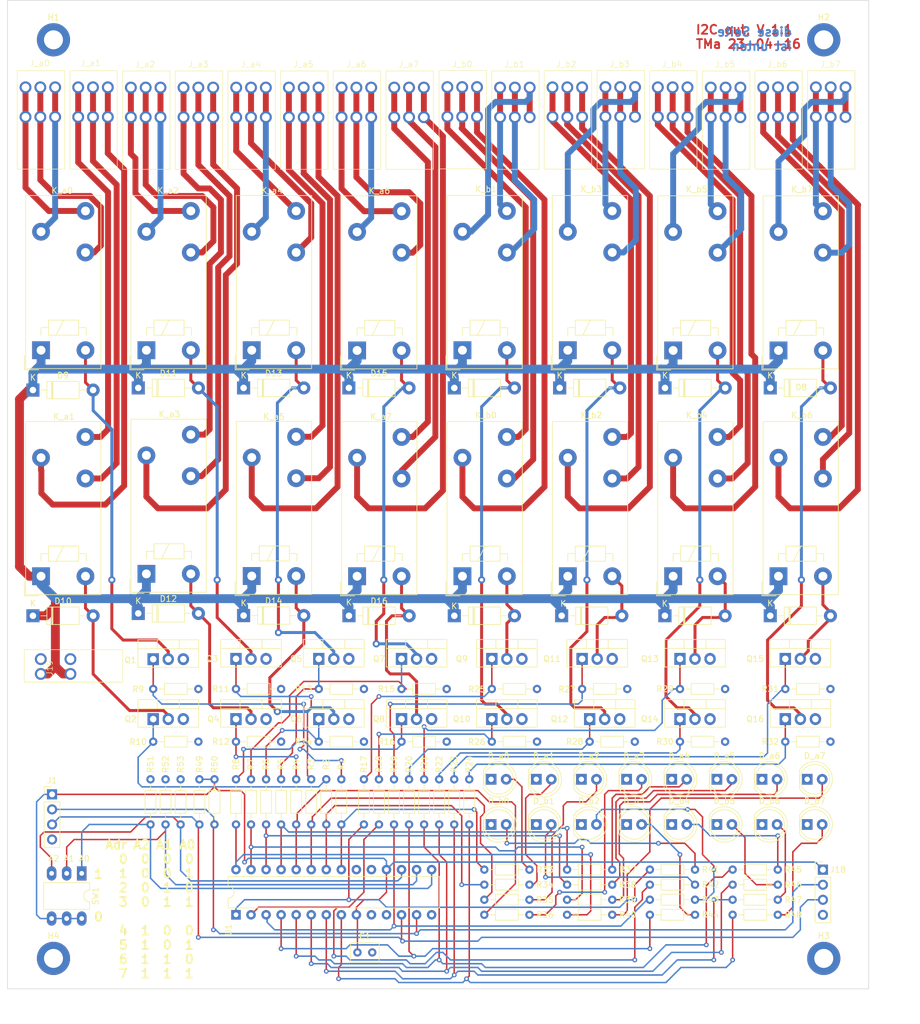
<source format=kicad_pcb>
(kicad_pcb (version 20221018) (generator pcbnew)
  (layers (0 "F.Cu" signal) (31 "B.Cu" signal) (34 "B.Paste" user) (35 "F.Paste" user) (36 "B.SilkS" user "B.Silkscreen") (37 "F.SilkS" user "F.Silkscreen") (38 "B.Mask" user) (39 "F.Mask" user) (44 "Edge.Cuts" user))
  (net 0 "")
  (net 1 "VCC")
  (net 2 "Net-(D1-A)")
  (net 3 "Net-(D2-A)")
  (net 4 "Net-(D3-A)")
  (net 5 "Net-(D4-A)")
  (net 6 "Net-(D5-A)")
  (net 7 "Net-(D6-A)")
  (net 8 "Net-(D7-A)")
  (net 9 "Net-(D8-A)")
  (net 10 "Net-(D9-A)")
  (net 11 "Net-(D10-A)")
  (net 12 "Net-(D11-A)")
  (net 13 "Net-(D12-A)")
  (net 14 "Net-(D13-A)")
  (net 15 "Net-(D14-A)")
  (net 16 "Net-(D15-A)")
  (net 17 "Net-(D16-A)")
  (net 18 "GND")
  (net 19 "Net-(J1-Pin_2)")
  (net 20 "Net-(J1-Pin_3)")
  (net 21 "Net-(J_b0-Pad1)")
  (net 22 "Net-(J_b0-Pad2)")
  (net 23 "Net-(J_b0-Pad3)")
  (net 24 "Net-(J_b1-Pad1)")
  (net 25 "Net-(J_b1-Pad2)")
  (net 26 "Net-(J_b1-Pad3)")
  (net 27 "Net-(J_b2-Pad1)")
  (net 28 "Net-(J_b2-Pad2)")
  (net 29 "Net-(J_b2-Pad3)")
  (net 30 "Net-(J_b3-Pad1)")
  (net 31 "Net-(J_b3-Pad2)")
  (net 32 "Net-(J_b3-Pad3)")
  (net 33 "Net-(J_b4-Pad1)")
  (net 34 "Net-(J_b4-Pad2)")
  (net 35 "Net-(J_b4-Pad3)")
  (net 36 "Net-(J_b5-Pad1)")
  (net 37 "Net-(J_b5-Pad2)")
  (net 38 "Net-(J_b5-Pad3)")
  (net 39 "Net-(J_b6-Pad1)")
  (net 40 "Net-(J_b6-Pad2)")
  (net 41 "Net-(J_b6-Pad3)")
  (net 42 "Net-(J_b7-Pad1)")
  (net 43 "Net-(J_b7-Pad2)")
  (net 44 "Net-(J_b7-Pad3)")
  (net 45 "Net-(J_a0-Pad1)")
  (net 46 "Net-(J_a0-Pad2)")
  (net 47 "Net-(J_a0-Pad3)")
  (net 48 "Net-(J_a1-Pad1)")
  (net 49 "Net-(J_a1-Pad2)")
  (net 50 "Net-(J_a1-Pad3)")
  (net 51 "Net-(J_a2-Pad1)")
  (net 52 "Net-(J_a2-Pad2)")
  (net 53 "Net-(J_a2-Pad3)")
  (net 54 "Net-(J_a3-Pad1)")
  (net 55 "Net-(J_a3-Pad2)")
  (net 56 "Net-(J_a3-Pad3)")
  (net 57 "Net-(J_a4-Pad1)")
  (net 58 "Net-(J_a4-Pad2)")
  (net 59 "Net-(J_a4-Pad3)")
  (net 60 "Net-(J_a5-Pad1)")
  (net 61 "Net-(J_a5-Pad2)")
  (net 62 "Net-(J_a5-Pad3)")
  (net 63 "Net-(J_a6-Pad1)")
  (net 64 "Net-(J_a6-Pad2)")
  (net 65 "Net-(J_a6-Pad3)")
  (net 66 "Net-(J_a7-Pad1)")
  (net 67 "Net-(J_a7-Pad2)")
  (net 68 "Net-(J_a7-Pad3)")
  (net 69 "/AD0")
  (net 70 "/AD1")
  (net 71 "/AD2")
  (net 72 "/b0")
  (net 73 "/b1")
  (net 74 "/b2")
  (net 75 "/b3")
  (net 76 "/b4")
  (net 77 "/b5")
  (net 78 "/b6")
  (net 79 "/b7")
  (net 80 "/a0")
  (net 81 "/a1")
  (net 82 "/a2")
  (net 83 "/a3")
  (net 84 "/a4")
  (net 85 "/a5")
  (net 86 "/a6")
  (net 87 "/a7")
  (net 88 "Net-(Q1-G)")
  (net 89 "Net-(Q2-G)")
  (net 90 "Net-(Q3-G)")
  (net 91 "Net-(Q4-G)")
  (net 92 "Net-(Q5-G)")
  (net 93 "Net-(Q6-G)")
  (net 94 "Net-(Q7-G)")
  (net 95 "Net-(Q8-G)")
  (net 96 "Net-(Q9-G)")
  (net 97 "Net-(Q10-G)")
  (net 98 "Net-(Q11-G)")
  (net 99 "Net-(Q12-G)")
  (net 100 "Net-(Q13-G)")
  (net 101 "Net-(Q14-G)")
  (net 102 "Net-(Q15-G)")
  (net 103 "Net-(Q16-G)")
  (net 108 "Net-(D_a0-A)")
  (net 109 "Net-(D_a1-A)")
  (net 110 "Net-(D_a2-A)")
  (net 111 "Net-(D_a3-A)")
  (net 112 "Net-(D_a4-A)")
  (net 113 "Net-(D_a5-A)")
  (net 114 "Net-(D_a6-A)")
  (net 115 "Net-(D_a7-A)")
  (net 116 "Net-(D_b0-A)")
  (net 117 "Net-(D_b1-A)")
  (net 118 "Net-(D_b2-A)")
  (net 119 "Net-(D_b3-A)")
  (net 120 "Net-(D_b4-A)")
  (net 121 "Net-(D_b5-A)")
  (net 122 "Net-(D_b6-A)")
  (net 123 "Net-(D_b7-A)")
  (net 124 "VDD")
  (footprint "Resistor_THT:R_Axial_DIN0204_L3.6mm_D1.6mm_P7.62mm_Horizontal" (layer "F.Cu") (at 86.36 129.54 180)
    (fp_text reference "R15")
    (fp_text value "100kR")
  )
  (footprint "Relay_THT:Relay_SPDT_Finder_40.31" (layer "F.Cu") (at 89.02 110.5175 90)
    (fp_text reference "K_b0")
    (fp_text value "FINDER-40.31")
  )
  (footprint "LED_THT:LED_D5.0mm" (layer "F.Cu") (at 93.86 152.4)
    (fp_text reference "D_b0")
    (fp_text value "LED" hide)
  )
  (footprint "Resistor_THT:R_Axial_DIN0204_L3.6mm_D1.6mm_P7.62mm_Horizontal" (layer "F.Cu") (at 142.24 165.1 180)
    (fp_text reference "R47")
    (fp_text value "330R")
  )
  (footprint "Relay_THT:Relay_SPDT_Finder_40.31" (layer "F.Cu") (at 142.36 110.5175 90)
    (fp_text reference "K_b6")
    (fp_text value "FINDER-40.31")
  )
  (footprint "parts_tma_1:AST_041-3" (layer "F.Cu") (at 44.45 30.56)
    (fp_text reference "J_a3")
    (fp_text value "~")
  )
  (footprint "Relay_THT:Relay_SPDT_Finder_40.31" (layer "F.Cu") (at 35.68 72.38 90)
    (fp_text reference "K_a2")
    (fp_text value "FINDER-40.31")
  )
  (footprint "Package_TO_SOT_THT:TO-220-3_Vertical" (layer "F.Cu") (at 50.8 134.62)
    (fp_text reference "Q4")
    (fp_text value "IRFZ24N")
  )
  (footprint "parts_tma_1:AST_041-3" (layer "F.Cu") (at 17.78 30.52)
    (fp_text reference "J_a0")
    (fp_text value "~")
  )
  (footprint "Resistor_THT:R_Axial_DIN0204_L3.6mm_D1.6mm_P7.62mm_Horizontal" (layer "F.Cu") (at 38.9128 144.78 -90)
    (fp_text reference "R52")
    (fp_text value "3k3")
  )
  (footprint "Resistor_THT:R_Axial_DIN0204_L3.6mm_D1.6mm_P7.62mm_Horizontal" (layer "F.Cu") (at 44.45 138.43 180)
    (fp_text reference "R10")
    (fp_text value "100kR")
  )
  (footprint "Diode_THT:D_DO-41_SOD81_P10.16mm_Horizontal" (layer "F.Cu") (at 87.6475 78.74)
    (fp_text reference "D2" hide)
    (fp_text value "1N4001")
  )
  (footprint "LED_THT:LED_D5.0mm" (layer "F.Cu") (at 139.58 152.4)
    (fp_text reference "D_b6")
    (fp_text value "LED" hide)
  )
  (footprint "Resistor_THT:R_Axial_DIN0204_L3.6mm_D1.6mm_P7.62mm_Horizontal" (layer "F.Cu") (at 58.42 152.4 90)
    (fp_text reference "R5")
    (fp_text value "100R")
  )
  (footprint "Resistor_THT:R_Axial_DIN0204_L3.6mm_D1.6mm_P7.62mm_Horizontal" (layer "F.Cu") (at 41.4528 144.78 -90)
    (fp_text reference "R53")
    (fp_text value "3k3")
  )
  (footprint "Resistor_THT:R_Axial_DIN0204_L3.6mm_D1.6mm_P7.62mm_Horizontal" (layer "F.Cu") (at 74.93 152.4 90)
    (fp_text reference "R18")
    (fp_text value "100R")
  )
  (footprint "Diode_THT:D_DO-41_SOD81_P10.16mm_Horizontal" (layer "F.Cu") (at 52.0875 117.15)
    (fp_text reference "D14")
    (fp_text value "1N4001")
  )
  (footprint "Resistor_THT:R_Axial_DIN0204_L3.6mm_D1.6mm_P7.62mm_Horizontal" (layer "F.Cu") (at 114.3 160.02 180)
    (fp_text reference "R37")
    (fp_text value "330R")
  )
  (footprint "Package_TO_SOT_THT:TO-220-3_Vertical" (layer "F.Cu") (at 125.73 134.62)
    (fp_text reference "Q14")
    (fp_text value "IRFZ24N")
  )
  (footprint "parts_tma_1:AST_041-3" (layer "F.Cu") (at 80.01 30.56)
    (fp_text reference "J_a7")
    (fp_text value "~")
  )
  (footprint "Package_TO_SOT_THT:TO-220-3_Vertical" (layer "F.Cu") (at 109.22 124.46)
    (fp_text reference "Q11")
    (fp_text value "IRFZ24N")
  )
  (footprint "LED_THT:LED_D5.0mm" (layer "F.Cu") (at 147.2 152.4)
    (fp_text reference "D_b7")
    (fp_text value "LED" hide)
  )
  (footprint "LED_THT:LED_D5.0mm" (layer "F.Cu") (at 101.48 152.4)
    (fp_text reference "D_b1")
    (fp_text value "LED" hide)
  )
  (footprint "Resistor_THT:R_Axial_DIN0204_L3.6mm_D1.6mm_P7.62mm_Horizontal" (layer "F.Cu") (at 55.88 152.4 90)
    (fp_text reference "R6")
    (fp_text value "100R")
  )
  (footprint "parts_tma_1:AST_041-2" (layer "F.Cu") (at 19.86 126 90)
    (fp_text reference "J19")
    (fp_text value "~")
  )
  (footprint "Resistor_THT:R_Axial_DIN0204_L3.6mm_D1.6mm_P7.62mm_Horizontal" (layer "F.Cu") (at 53.34 152.4 90)
    (fp_text reference "R7")
    (fp_text value "100R")
  )
  (footprint "parts_tma_1:AST_041-3" (layer "F.Cu") (at 71.12 30.56)
    (fp_text reference "J_a6")
    (fp_text value "~")
  )
  (footprint "Relay_THT:Relay_SPDT_Finder_40.31" (layer "F.Cu") (at 124.58 72.4175 90)
    (fp_text reference "K_b5")
    (fp_text value "FINDER-40.31")
  )
  (footprint "Relay_THT:Relay_SPDT_Finder_40.31" (layer "F.Cu") (at 106.8 110.5175 90)
    (fp_text reference "K_b2")
    (fp_text value "FINDER-40.31")
  )
  (footprint "Diode_THT:D_DO-41_SOD81_P10.16mm_Horizontal" (layer "F.Cu") (at 52.0875 78.74)
    (fp_text reference "D13")
    (fp_text value "1N4001")
  )
  (footprint "MountingHole:MountingHole_3.2mm_M3_DIN965_Pad_TopBottom" (layer "F.Cu") (at 20 175)
    (fp_text reference "H4")
    (fp_text value "MountingHole_Pad")
  )
  (footprint "parts_tma_1:AST_041-3" (layer "F.Cu") (at 35.56 30.56)
    (fp_text reference "J_a2")
    (fp_text value "~")
  )
  (footprint "Resistor_THT:R_Axial_DIN0204_L3.6mm_D1.6mm_P7.62mm_Horizontal" (layer "F.Cu") (at 77.47 152.4 90)
    (fp_text reference "R19")
    (fp_text value "100R")
  )
  (footprint "Resistor_THT:R_Axial_DIN0204_L3.6mm_D1.6mm_P7.62mm_Horizontal" (layer "F.Cu") (at 47.1678 152.4 90)
    (fp_text reference "R50")
    (fp_text value "4k7")
  )
  (footprint "parts_tma_1:AST_041-3" (layer "F.Cu") (at 106.72 30.52)
    (fp_text reference "J_b2")
    (fp_text value "~")
  )
  (footprint "MountingHole:MountingHole_3.2mm_M3_DIN965_Pad_TopBottom" (layer "F.Cu") (at 150 20)
    (fp_text reference "H2")
    (fp_text value "MountingHole_Pad")
  )
  (footprint "LED_THT:LED_D5.0mm" (layer "F.Cu") (at 131.96 152.4)
    (fp_text reference "D_b5")
    (fp_text value "LED" hide)
  )
  (footprint "Package_TO_SOT_THT:TO-220-3_Vertical" (layer "F.Cu") (at 36.83 124.5108)
    (fp_text reference "Q1")
    (fp_text value "IRFZ24N")
  )
  (footprint "Resistor_THT:R_Axial_DIN0204_L3.6mm_D1.6mm_P7.62mm_Horizontal" (layer "F.Cu") (at 128.27 162.56 180)
    (fp_text reference "R42")
    (fp_text value "330R")
  )
  (footprint "Resistor_THT:R_Axial_DIN0204_L3.6mm_D1.6mm_P7.62mm_Horizontal" (layer "F.Cu") (at 44.6278 152.4 90)
    (fp_text reference "R49")
    (fp_text value "4k7")
  )
  (footprint "Resistor_THT:R_Axial_DIN0204_L3.6mm_D1.6mm_P7.62mm_Horizontal" (layer "F.Cu") (at 151.13 129.54 180)
    (fp_text reference "R31")
    (fp_text value "100kR")
  )
  (footprint "LED_THT:LED_D5.0mm" (layer "F.Cu") (at 116.72 152.4)
    (fp_text reference "D_b3")
    (fp_text value "LED" hide)
  )
  (footprint "Resistor_THT:R_Axial_DIN0204_L3.6mm_D1.6mm_P7.62mm_Horizontal" (layer "F.Cu") (at 114.3 167.64 180)
    (fp_text reference "R40")
    (fp_text value "330R")
  )
  (footprint "Package_DIP:DIP-28_W7.62mm" (layer "F.Cu") (at 50.8 167.64 90)
    (fp_text reference "U1")
    (fp_text value "MCP23017_SP")
  )
  (footprint "Resistor_THT:R_Axial_DIN0204_L3.6mm_D1.6mm_P7.62mm_Horizontal" (layer "F.Cu") (at 133.35 138.43 180)
    (fp_text reference "R30")
    (fp_text value "100kR")
  )
  (footprint "Resistor_THT:R_Axial_DIN0204_L3.6mm_D1.6mm_P7.62mm_Horizontal" (layer "F.Cu") (at 86.36 138.43 180)
    (fp_text reference "R16")
    (fp_text value "100kR")
  )
  (footprint "Diode_THT:D_DO-41_SOD81_P10.16mm_Horizontal" (layer "F.Cu") (at 34.3075 78.74)
    (fp_text reference "D11")
    (fp_text value "1N4001")
  )
  (footprint "Diode_THT:D_DO-41_SOD81_P10.16mm_Horizontal" (layer "F.Cu") (at 16.5275 79.1008)
    (fp_text reference "D9")
    (fp_text value "1N4001")
  )
  (footprint "Resistor_THT:R_Axial_DIN0204_L3.6mm_D1.6mm_P7.62mm_Horizontal" (layer "F.Cu") (at 72.39 129.54 180)
    (fp_text reference "R13")
    (fp_text value "100kR")
  )
  (footprint "parts_tma_1:AST_041-3" (layer "F.Cu") (at 88.98 30.48)
    (fp_text reference "J_b0")
    (fp_text value "~")
  )
  (footprint "Relay_THT:Relay_SPDT_Finder_40.31" (layer "F.Cu") (at 124.58 110.5175 90)
    (fp_text reference "K_b4")
    (fp_text value "FINDER-40.31")
  )
  (footprint "Diode_THT:D_DO-41_SOD81_P10.16mm_Horizontal" (layer "F.Cu") (at 123.19 117.1875)
    (fp_text reference "D5" hide)
    (fp_text value "1N4001")
  )
  (footprint "Relay_THT:Relay_SPDT_Finder_40.31" (layer "F.Cu") (at 53.46 110.48 90)
    (fp_text reference "K_a5")
    (fp_text value "FINDER-40.31")
  )
  (footprint "Resistor_THT:R_Axial_DIN0204_L3.6mm_D1.6mm_P7.62mm_Horizontal" (layer "F.Cu") (at 80.01 152.4 90)
    (fp_text reference "R20")
    (fp_text value "100R")
  )
  (footprint "Resistor_THT:R_Axial_DIN0204_L3.6mm_D1.6mm_P7.62mm_Horizontal" (layer "F.Cu") (at 142.24 162.56 180)
    (fp_text reference "R46")
    (fp_text value "330R")
  )
  (footprint "Diode_THT:D_DO-41_SOD81_P10.16mm_Horizontal" (layer "F.Cu") (at 140.97 78.74)
    (fp_text reference "D8")
    (fp_text value "1N4001")
  )
  (footprint "parts_tma_1:AST_041-3" (layer "F.Cu") (at 62.23 30.56)
    (fp_text reference "J_a5")
    (fp_text value "~")
  )
  (footprint "Relay_THT:Relay_SPDT_Finder_40.31" (layer "F.Cu") (at 71.24 110.5175 90)
    (fp_text reference "K_a7")
    (fp_text value "FINDER-40.31")
  )
  (footprint "LED_THT:LED_D5.0mm" (layer "F.Cu") (at 147.2 144.78)
    (fp_text reference "D_a7")
    (fp_text value "LED" hide)
  )
  (footprint "LED_THT:LED_D5.0mm" (layer "F.Cu") (at 139.58 144.78)
    (fp_text reference "D_a6")
    (fp_text value "LED" hide)
  )
  (footprint "Resistor_THT:R_Axial_DIN0204_L3.6mm_D1.6mm_P7.62mm_Horizontal" (layer "F.Cu") (at 133.35 129.54 180)
    (fp_text reference "R29")
    (fp_text value "100kR")
  )
  (footprint "Relay_THT:Relay_SPDT_Finder_40.31" (layer "F.Cu") (at 89.02 72.38 90)
    (fp_text reference "K_b1")
    (fp_text value "FINDER-40.31")
  )
  (footprint "Resistor_THT:R_Axial_DIN0204_L3.6mm_D1.6mm_P7.62mm_Horizontal" (layer "F.Cu") (at 58.42 129.54 180)
    (fp_text reference "R11")
    (fp_text value "100kR")
  )
  (footprint "Resistor_THT:R_Axial_DIN0204_L3.6mm_D1.6mm_P7.62mm_Horizontal" (layer "F.Cu") (at 100.33 160.02 180)
    (fp_text reference "R33")
    (fp_text value "330R")
  )
  (footprint "Resistor_THT:R_Axial_DIN0204_L3.6mm_D1.6mm_P7.62mm_Horizontal" (layer "F.Cu") (at 50.8 152.4 90)
    (fp_text reference "R8")
    (fp_text value "100R")
  )
  (footprint "LED_THT:LED_D5.0mm" (layer "F.Cu") (at 109.1 144.78)
    (fp_text reference "D_a2")
    (fp_text value "LED" hide)
  )
  (footprint "MountingHole:MountingHole_3.2mm_M3_DIN965_Pad_TopBottom" (layer "F.Cu") (at 150 175)
    (fp_text reference "H3")
    (fp_text value "MountingHole_Pad")
  )
  (footprint "Resistor_THT:R_Axial_DIN0204_L3.6mm_D1.6mm_P7.62mm_Horizontal" (layer "F.Cu") (at 101.6 138.43 180)
    (fp_text reference "R26")
    (fp_text value "100kR")
  )
  (footprint "Connector_PinHeader_2.54mm:PinHeader_1x04_P2.54mm_Vertical" (layer "F.Cu") (at 149.86 160.03)
    (fp_text reference "J18")
    (fp_text value "Conn_01x04_Pin")
  )
  (footprint "Package_DIP:DIP-6_W7.62mm_LongPads" (layer "F.Cu") (at 24.765 160.655 -90)
    (fp_text reference "SW1")
    (fp_text value "SW_DIP_x03")
  )
  (footprint "Resistor_THT:R_Axial_DIN0204_L3.6mm_D1.6mm_P7.62mm_Horizontal" (layer "F.Cu") (at 100.33 165.1 180)
    (fp_text reference "R35")
    (fp_text value "330R")
  )
  (footprint "Diode_THT:D_DO-41_SOD81_P10.16mm_Horizontal" (layer "F.Cu") (at 140.97 117.1875)
    (fp_text reference "D7" hide)
    (fp_text value "1N4001")
  )
  (footprint "Package_TO_SOT_THT:TO-220-3_Vertical" (layer "F.Cu") (at 78.74 134.62)
    (fp_text reference "Q8")
    (fp_text value "IRFZ24N")
  )
  (footprint "Resistor_THT:R_Axial_DIN0204_L3.6mm_D1.6mm_P7.62mm_Horizontal" (layer "F.Cu") (at 90.17 152.4 90)
    (fp_text reference "R24")
    (fp_text value "100R")
  )
  (footprint "Resistor_THT:R_Axial_DIN0204_L3.6mm_D1.6mm_P7.62mm_Horizontal" (layer "F.Cu") (at 116.84 129.54 180)
    (fp_text reference "R27")
    (fp_text value "100kR")
  )
  (footprint "Resistor_THT:R_Axial_DIN0204_L3.6mm_D1.6mm_P7.62mm_Horizontal" (layer "F.Cu") (at 101.6 129.54 180)
    (fp_text reference "R25")
    (fp_text value "100kR")
  )
  (footprint "Package_TO_SOT_THT:TO-220-3_Vertical" (layer "F.Cu") (at 125.73 124.46)
    (fp_text reference "Q13")
    (fp_text value "IRFZ24N")
  )
  (footprint "Resistor_THT:R_Axial_DIN0204_L3.6mm_D1.6mm_P7.62mm_Horizontal" (layer "F.Cu") (at 128.27 167.64 180)
    (fp_text reference "R44")
    (fp_text value "330R")
  )
  (footprint "parts_tma_1:AST_041-3" (layer "F.Cu") (at 53.34 30.56)
    (fp_text reference "J_a4")
    (fp_text value "~")
  )
  (footprint "Resistor_THT:R_Axial_DIN0204_L3.6mm_D1.6mm_P7.62mm_Horizontal" (layer "F.Cu") (at 58.42 138.43 180)
    (fp_text reference "R12")
    (fp_text value "100kR")
  )
  (footprint "Resistor_THT:R_Axial_DIN0204_L3.6mm_D1.6mm_P7.62mm_Horizontal" (layer "F.Cu") (at 85.09 152.4 90)
    (fp_text reference "R22")
    (fp_text value "100R")
  )
  (footprint "Resistor_THT:R_Axial_DIN0204_L3.6mm_D1.6mm_P7.62mm_Horizontal" (layer "F.Cu") (at 128.27 160.02 180)
    (fp_text reference "R41")
    (fp_text value "330R")
  )
  (footprint "Relay_THT:Relay_SPDT_Finder_40.31" (layer "F.Cu") (at 142.36 72.4175 90)
    (fp_text reference "K_b7")
    (fp_text value "FINDER-40.31")
  )
  (footprint "Resistor_THT:R_Axial_DIN0204_L3.6mm_D1.6mm_P7.62mm_Horizontal" (layer "F.Cu") (at 114.3 165.1 180)
    (fp_text reference "R39")
    (fp_text value "330R")
  )
  (footprint "Diode_THT:D_DO-41_SOD81_P10.16mm_Horizontal" (layer "F.Cu") (at 16.5275 117.1875)
    (fp_text reference "D10")
    (fp_text value "1N4001")
  )
  (footprint "MountingHole:MountingHole_3.2mm_M3_DIN965_Pad_TopBottom" (layer "F.Cu") (at 20 20)
    (fp_text reference "H1")
    (fp_text value "MountingHole_Pad")
  )
  (footprint "Resistor_THT:R_Axial_DIN0204_L3.6mm_D1.6mm_P7.62mm_Horizontal" (layer "F.Cu") (at 114.3 162.56 180)
    (fp_text reference "R38")
    (fp_text value "330R")
  )
  (footprint "parts_tma_1:AST_041-3" (layer "F.Cu") (at 124.5 30.52)
    (fp_text reference "J_b4")
    (fp_text value "~")
  )
  (footprint "Diode_THT:D_DO-41_SOD81_P10.16mm_Horizontal" (layer "F.Cu") (at 69.8675 117.1875)
    (fp_text reference "D16")
    (fp_text value "1N4001")
  )
  (footprint "Relay_THT:Relay_SPDT_Finder_40.31" (layer "F.Cu") (at 17.9 72.38 90)
    (fp_text reference "K_a0")
    (fp_text value "FINDER-40.31")
  )
  (footprint "Diode_THT:D_DO-41_SOD81_P10.16mm_Horizontal" (layer "F.Cu") (at 123.2075 78.74)
    (fp_text reference "D6" hide)
    (fp_text value "1N4001")
  )
  (footprint "Resistor_THT:R_Axial_DIN0204_L3.6mm_D1.6mm_P7.62mm_Horizontal" (layer "F.Cu") (at 68.58 152.4 90)
    (fp_text reference "R1")
    (fp_text value "100R")
  )
  (footprint "Resistor_THT:R_Axial_DIN0204_L3.6mm_D1.6mm_P7.62mm_Horizontal" (layer "F.Cu") (at 60.96 152.4 90)
    (fp_text reference "R4")
    (fp_text value "100R")
  )
  (footprint "Diode_THT:D_DO-41_SOD81_P10.16mm_Horizontal" (layer "F.Cu") (at 105.7656 117.1875)
    (fp_text reference "D3" hide)
    (fp_text value "1N4001")
  )
  (footprint "Package_TO_SOT_THT:TO-220-3_Vertical" (layer "F.Cu") (at 143.51 124.46)
    (fp_text reference "Q15")
    (fp_text value "IRFZ24N")
  )
  (footprint "parts_tma_1:AST_041-3" (layer "F.Cu") (at 115.65 30.48)
    (fp_text reference "J_b3")
    (fp_text value "~")
  )
  (footprint "LED_THT:LED_D5.0mm" (layer "F.Cu") (at 101.48 144.78)
    (fp_text reference "D_a1")
    (fp_text value "LED" hide)
  )
  (footprint "parts_tma_1:AST_041-3" (layer "F.Cu") (at 151.17 30.52)
    (fp_text reference "J_b7")
    (fp_text value "~")
  )
  (footprint "Diode_THT:D_DO-41_SOD81_P10.16mm_Horizontal" (layer "F.Cu") (at 69.85 78.74)
    (fp_text reference "D15")
    (fp_text value "1N4001")
  )
  (footprint "Package_TO_SOT_THT:TO-220-3_Vertical" (layer "F.Cu") (at 36.83 134.62)
    (fp_text reference "Q2")
    (fp_text value "IRFZ24N")
  )
  (footprint "LED_THT:LED_D5.0mm" (layer "F.Cu") (at 109.1 152.4)
    (fp_text reference "D_b2")
    (fp_text value "LED" hide)
  )
  (footprint "Diode_THT:D_DO-41_SOD81_P10.16mm_Horizontal" (layer "F.Cu") (at 87.6475 117.1875)
    (fp_text reference "D1" hide)
    (fp_text value "1N4001")
  )
  (footprint "Resistor_THT:R_Axial_DIN0204_L3.6mm_D1.6mm_P7.62mm_Horizontal" (layer "F.Cu") (at 63.5 152.4 90)
    (fp_text reference "R3")
    (fp_text value "100R")
  )
  (footprint "Resistor_THT:R_Axial_DIN0204_L3.6mm_D1.6mm_P7.62mm_Horizontal" (layer "F.Cu") (at 128.27 165.1 180)
    (fp_text reference "R43")
    (fp_text value "330R")
  )
  (footprint "Relay_THT:Relay_SPDT_Finder_40.31" (layer "F.Cu") (at 53.46 72.38 90)
    (fp_text reference "K_a4")
    (fp_text value "FINDER-40.31")
  )
  (footprint "Diode_THT:D_DO-41_SOD81_P10.16mm_Horizontal" (layer "F.Cu") (at 34.3075 116.7892)
    (fp_text reference "D12")
    (fp_text value "1N4001")
  )
  (footprint "Resistor_THT:R_Axial_DIN0204_L3.6mm_D1.6mm_P7.62mm_Horizontal" (layer "F.Cu") (at 44.45 129.54 180)
    (fp_text reference "R9")
    (fp_text value "100kR")
  )
  (footprint "Relay_THT:Relay_SPDT_Finder_40.31" (layer "F.Cu") (at 71.24 72.4175 90)
    (fp_text reference "K_a6")
    (fp_text value "FINDER-40.31")
  )
  (footprint "Resistor_THT:R_Axial_DIN0204_L3.6mm_D1.6mm_P7.62mm_Horizontal" (layer "F.Cu") (at 72.39 152.4 90)
    (fp_text reference "R17")
    (fp_text value "100R")
  )
  (footprint "Package_TO_SOT_THT:TO-220-3_Vertical" (layer "F.Cu") (at 93.98 134.62)
    (fp_text reference "Q10")
    (fp_text value "IRFZ24N")
  )
  (footprint "Resistor_THT:R_Axial_DIN0204_L3.6mm_D1.6mm_P7.62mm_Horizontal" (layer "F.Cu") (at 100.33 167.64 180)
    (fp_text reference "R36")
    (fp_text value "330R")
  )
  (footprint "Package_TO_SOT_THT:TO-220-3_Vertical" (layer "F.Cu") (at 64.77 124.46)
    (fp_text reference "Q5")
    (fp_text value "IRFZ24N")
  )
  (footprint "LED_THT:LED_D5.0mm" (layer "F.Cu") (at 116.72 144.78)
    (fp_text reference "D_a3")
    (fp_text value "LED" hide)
  )
  (footprint "Package_TO_SOT_THT:TO-220-3_Vertical" (layer "F.Cu") (at 93.98 124.46)
    (fp_text reference "Q9")
    (fp_text value "IRFZ24N")
  )
  (footprint "Resistor_THT:R_Axial_DIN0204_L3.6mm_D1.6mm_P7.62mm_Horizontal" (layer "F.Cu") (at 142.24 160.02 180)
    (fp_text reference "R45")
    (fp_text value "330R")
  )
  (footprint "parts_tma_1:AST_041-3" (layer "F.Cu") (at 97.87 30.56)
    (fp_text reference "J_b1")
    (fp_text value "~")
  )
  (footprint "Resistor_THT:R_Axial_DIN0204_L3.6mm_D1.6mm_P7.62mm_Horizontal" (layer "F.Cu") (at 87.63 152.4 90)
    (fp_text reference "R23")
    (fp_text value "100R")
  )
  (footprint "LED_THT:LED_D5.0mm" (layer "F.Cu") (at 124.34 144.78)
    (fp_text reference "D_a4")
    (fp_text value "LED" hide)
  )
  (footprint "parts_tma_1:AST_041-3" (layer "F.Cu") (at 142.28 30.52)
    (fp_text reference "J_b6")
    (fp_text value "~")
  )
  (footprint "Relay_THT:Relay_SPDT_Finder_40.31" (layer "F.Cu") (at 35.68 110.1192 90)
    (fp_text reference "K_a3")
    (fp_text value "FINDER-40.31")
  )
  (footprint "LED_THT:LED_D5.0mm" (layer "F.Cu") (at 131.96 144.78)
    (fp_text reference "D_a5")
    (fp_text value "LED" hide)
  )
  (footprint "LED_THT:LED_D5.0mm" (layer "F.Cu") (at 93.86 144.78)
    (fp_text reference "D_a0")
    (fp_text value "LED" hide)
  )
  (footprint "parts_tma_1:AST_041-3" (layer "F.Cu") (at 26.67 30.52)
    (fp_text reference "J_a1")
    (fp_text value "~")
  )
  (footprint "Package_TO_SOT_THT:TO-220-3_Vertical" (layer "F.Cu") (at 143.51 134.62)
    (fp_text reference "Q16")
    (fp_text value "IRFZ24N")
  )
  (footprint "Relay_THT:Relay_SPDT_Finder_40.31" (layer "F.Cu") (at 106.8 72.38 90)
    (fp_text reference "K_b3")
    (fp_text value "FINDER-40.31")
  )
  (footprint "Diode_THT:D_DO-41_SOD81_P10.16mm_Horizontal" (layer "F.Cu") (at 105.4275 78.74)
    (fp_text reference "D4" hide)
    (fp_text value "1N4001")
  )
  (footprint "Connector_PinHeader_2.54mm:PinHeader_1x04_P2.54mm_Vertical" (layer "F.Cu") (at 19.7612 147.32)
    (fp_text reference "J1")
    (fp_text value "Conn_01x04_Pin")
  )
  (footprint "Package_TO_SOT_THT:TO-220-3_Vertical" (layer "F.Cu") (at 50.8 124.46)
    (fp_text reference "Q3")
    (fp_text value "IRFZ24N")
  )
  (footprint "Package_TO_SOT_THT:TO-220-3_Vertical" (layer "F.Cu") (at 78.74 124.46)
    (fp_text reference "Q7")
    (fp_text value "IRFZ24N")
  )
  (footprint "Package_TO_SOT_THT:TO-220-3_Vertical" (layer "F.Cu") (at 64.77 134.62)
    (fp_text reference "Q6")
    (fp_text value "IRFZ24N")
  )
  (footprint "Resistor_THT:R_Axial_DIN0204_L3.6mm_D1.6mm_P7.62mm_Horizontal" (layer "F.Cu") (at 36.3728 144.78 -90)
    (fp_text reference "R51")
    (fp_text value "3k3")
  )
  (footprint "Resistor_THT:R_Axial_DIN0204_L3.6mm_D1.6mm_P7.62mm_Horizontal" (layer "F.Cu") (at 66.04 152.4 90)
    (fp_text reference "R2")
    (fp_text value "100R")
  )
  (footprint "Package_TO_SOT_THT:TO-220-3_Vertical" (layer "F.Cu") (at 110.49 134.62)
    (fp_text reference "Q12")
    (fp_text value "IRFZ24N")
  )
  (footprint "Capacitor_THT:C_Rect_L4.6mm_W3.0mm_P2.50mm_MKS02_FKP02" (layer "F.Cu") (at 71.2978 173.99)
    (fp_text reference "C1")
    (fp_text value "C")
  )
  (footprint "Resistor_THT:R_Axial_DIN0204_L3.6mm_D1.6mm_P7.62mm_Horizontal" (layer "F.Cu") (at 142.24 167.64 180)
    (fp_text reference "R48")
    (fp_text value "330R")
  )
  (footprint "Relay_THT:Relay_SPDT_Finder_40.31" (layer "F.Cu") (at 17.9 110.5175 90)
    (fp_text reference "K_a1")
    (fp_text value "FINDER-40.31")
  )
  (footprint "Resistor_THT:R_Axial_DIN0204_L3.6mm_D1.6mm_P7.62mm_Horizontal" (layer "F.Cu") (at 100.33 162.56 180)
    (fp_text reference "R34")
    (fp_text value "330R" hide)
  )
  (footprint "Resistor_THT:R_Axial_DIN0204_L3.6mm_D1.6mm_P7.62mm_Horizontal" (layer "F.Cu") (at 72.39 138.43 180)
    (fp_text reference "R14")
    (fp_text value "100kR")
  )
  (footprint "Resistor_THT:R_Axial_DIN0204_L3.6mm_D1.6mm_P7.62mm_Horizontal" (layer "F.Cu") (at 118.11 138.43 180)
    (fp_text reference "R28")
    (fp_text value "100kR")
  )
  (footprint "LED_THT:LED_D5.0mm" (layer "F.Cu") (at 124.34 152.4)
    (fp_text reference "D_b4")
    (fp_text value "LED" hide)
  )
  (footprint "Resistor_THT:R_Axial_DIN0204_L3.6mm_D1.6mm_P7.62mm_Horizontal" (layer "F.Cu") (at 151.13 138.43 180)
    (fp_text reference "R32")
    (fp_text value "100kR")
  )
  (footprint "parts_tma_1:AST_041-3" (layer "F.Cu") (at 133.43 30.56)
    (fp_text reference "J_b5")
    (fp_text value "~")
  )
  (footprint "Resistor_THT:R_Axial_DIN0204_L3.6mm_D1.6mm_P7.62mm_Horizontal" (layer "F.Cu") (at 82.55 152.4 90)
    (fp_text reference "R21")
    (fp_text value "100R")
  )
  (gr_rect (start 12.2428 13.335) (end 157.5816 180.1368) (stroke (width 0.1)) (fill none) (layer "Edge.Cuts"))
  (gr_text "I2C out, V 1.1\nTMa 23-04-16" (at 128.27 21.59) (layer "F.Cu") (effects (font (size 1.5 1.5) (thickness 0.3) bold) (justify left bottom)))
  (gr_text "diese Seite\nist unten" (at 144.78 17.78) (layer "B.Cu") (effects (font (size 1.5 1.5) (thickness 0.3) bold) (justify left top mirror)))
  (gr_text "1\n\n\n0" (at 26.67 168.91) (layer "F.SilkS") (effects (font (size 1.5 1.5) (thickness 0.3) bold) (justify left bottom)))
  (gr_text "Adr A2 A1 A0\n  0  0  0  0\n  1  0  0  1\n  2  0  1  0\n  3  0  1  1\n\n  4  1  0  0\n  5  1  0  1\n  6  1  1  0\n  7  1  1  1" (at 28.575 178.435) (layer "F.SilkS") (effects (font (size 1.5 1.5) (thickness 0.3) bold) (justify left bottom)))
  (gr_text "A2 A1 A0" (at 19.05 158.75) (layer "F.SilkS") (effects (font (size 1 1)) (justify left bottom)))
  (segment (start 17.9 110.5175) (end 17.9 111.88) (width 1.5) (layer "F.Cu") (net 1))
  (segment (start 19.05 127) (end 17.86 127) (width 1.5) (layer "F.Cu") (net 1))
  (segment (start 15.9025 110.5175) (end 17.9 110.5175) (width 1.5) (layer "F.Cu") (net 1))
  (segment (start 17.9 111.88) (end 20.32 114.3) (width 1.5) (layer "F.Cu") (net 1))
  (segment (start 18.7025 117.1875) (end 20.32 115.57) (width 1.5) (layer "F.Cu") (net 1))
  (segment (start 20.32 115.57) (end 20.32 125.73) (width 1.5) (layer "F.Cu") (net 1))
  (segment (start 20.32 114.3) (end 20.32 115.57) (width 1.5) (layer "F.Cu") (net 1))
  (segment (start 14.2628 108.8778) (end 15.9025 110.5175) (width 1.5) (layer "F.Cu") (net 1))
  (segment (start 14.2628 80.645) (end 14.2628 108.8778) (width 1.5) (layer "F.Cu") (net 1))
  (segment (start 22.86 127) (end 21.59 127) (width 1.5) (layer "F.Cu") (net 1))
  (segment (start 16.5275 117.1875) (end 18.7025 117.1875) (width 1.5) (layer "F.Cu") (net 1))
  (segment (start 20.32 125.73) (end 19.05 127) (width 1.5) (layer "F.Cu") (net 1))
  (segment (start 15.807 79.1008) (end 14.2628 80.645) (width 1.5) (layer "F.Cu") (net 1))
  (segment (start 16.5275 79.1008) (end 15.807 79.1008) (width 1.5) (layer "F.Cu") (net 1))
  (segment (start 21.59 127) (end 20.32 125.73) (width 1.5) (layer "F.Cu") (net 1))
  (segment (start 17.9 111.88) (end 20.32 114.3) (width 1.5) (layer "B.Cu") (net 1))
  (segment (start 71.24 110.5175) (end 71.24 112.91) (width 1.5) (layer "B.Cu") (net 1))
  (segment (start 105.41 114.3) (end 104.14 114.3) (width 1.5) (layer "B.Cu") (net 1))
  (segment (start 53.46 112.91) (end 52.07 114.3) (width 1.5) (layer "B.Cu") (net 1))
  (segment (start 140.9875 116.6135) (end 140.9875 115.5875) (width 1.5) (layer "B.Cu") (net 1))
  (segment (start 86.36 75.565) (end 88.265 75.565) (width 1.5) (layer "B.Cu") (net 1))
  (segment (start 121.92 114.3) (end 105.41 114.3) (width 1.5) (layer "B.Cu") (net 1))
  (segment (start 53.46 74.175) (end 52.07 75.565) (width 1.5) (layer "B.Cu") (net 1))
  (segment (start 50.8 75.565) (end 52.07 75.565) (width 1.5) (layer "B.Cu") (net 1))
  (segment (start 140.97 75.565) (end 139.7 75.565) (width 1.5) (layer "B.Cu") (net 1))
  (segment (start 140.9875 115.5875) (end 139.7 114.3) (width 1.5) (layer "B.Cu") (net 1))
  (segment (start 87.63 114.3) (end 86.36 114.3) (width 1.5) (layer "B.Cu") (net 1))
  (segment (start 71.24 72.4175) (end 71.24 74.175) (width 1.5) (layer "B.Cu") (net 1))
  (segment (start 34.925 75.565) (end 50.8 75.565) (width 1.5) (layer "B.Cu") (net 1))
  (segment (start 123.2075 76.2175) (end 122.555 75.565) (width 1.5) (layer "B.Cu") (net 1))
  (segment (start 52.0875 76.8525) (end 50.8 75.565) (width 1.5) (layer "B.Cu") (net 1))
  (segment (start 106.8 112.91) (end 105.41 114.3) (width 1.5) (layer "B.Cu") (net 1))
  (segment (start 68.58 114.3) (end 52.07 114.3) (width 1.5) (layer "B.Cu") (net 1))
  (segment (start 142.36 112.91) (end 140.97 114.3) (width 1.5) (layer "B.Cu") (net 1))
  (segment (start 87.6475 116.5627) (end 87.6475 115.5875) (width 1.5) (layer "B.Cu") (net 1))
  (segment (start 52.0875 78.74) (end 52.0875 76.8525) (width 1.5) (layer "B.Cu") (net 1))
  (segment (start 142.36 74.175) (end 140.97 75.565) (width 1.5) (layer "B.Cu") (net 1))
  (segment (start 69.8675 115.5875) (end 68.58 114.3) (width 1.5) (layer "B.Cu") (net 1))
  (segment (start 34.3075 116.7892) (end 34.3075 115.5875) (width 1.5) (layer "B.Cu") (net 1))
  (segment (start 52.0875 117.15) (end 52.0875 115.5875) (width 1.5) (layer "B.Cu") (net 1))
  (segment (start 140.97 78.74) (end 140.97 76.835) (width 1.5) (layer "B.Cu") (net 1))
  (segment (start 106.8 110.5175) (end 106.8 112.91) (width 1.5) (layer "B.Cu") (net 1))
  (segment (start 33.02 114.3) (end 34.29 114.3) (width 1.5) (layer "B.Cu") (net 1))
  (segment (start 139.7 114.3) (end 121.92 114.3) (width 1.5) (layer "B.Cu") (net 1))
  (segment (start 122.555 75.565) (end 104.775 75.565) (width 1.5) (layer "B.Cu") (net 1))
  (segment (start 87.6475 76.8525) (end 86.36 75.565) (width 1.5) (layer "B.Cu") (net 1))
  (segment (start 105.4275 78.74) (end 105.4275 76.2175) (width 1.5) (layer "B.Cu") (net 1))
  (segment (start 16.5275 76.1825) (end 16.5275 79.1008) (width 1.5) (layer "B.Cu") (net 1))
  (segment (start 34.29 114.3) (end 50.8 114.3) (width 1.5) (layer "B.Cu") (net 1))
  (segment (start 105.4275 76.2175) (end 104.775 75.565) (width 1.5) (layer "B.Cu") (net 1))
  (segment (start 104.14 114.3) (end 87.63 114.3) (width 1.5) (layer "B.Cu") (net 1))
  (segment (start 68.58 75.565) (end 69.85 75.565) (width 1.5) (layer "B.Cu") (net 1))
  (segment (start 69.85 76.835) (end 68.58 75.565) (width 1.5) (layer "B.Cu") (net 1))
  (segment (start 17.145 75.565) (end 33.02 75.565) (width 1.5) (layer "B.Cu") (net 1))
  (segment (start 124.58 110.5175) (end 124.58 112.91) (width 1.5) (layer "B.Cu") (net 1))
  (segment (start 140.97 114.3) (end 139.7 114.3) (width 1.5) (layer "B.Cu") (net 1))
  (segment (start 17.145 75.565) (end 16.5275 76.1825) (width 1.5) (layer "B.Cu") (net 1))
  (segment (start 142.36 110.5175) (end 142.36 112.91) (width 1.5) (layer "B.Cu") (net 1))
  (segment (start 35.68 74.81) (end 34.925 75.565) (width 1.5) (layer "B.Cu") (net 1))
  (segment (start 106.8 74.175) (end 106.8 72.38) (width 1.5) (layer "B.Cu") (net 1))
  (segment (start 124.58 74.81) (end 123.825 75.565) (width 1.5) (layer "B.Cu") (net 1))
  (segment (start 50.8 114.3) (end 52.07 114.3) (width 1.5) (layer "B.Cu") (net 1))
  (segment (start 140.97 76.835) (end 139.7 75.565) (width 1.5) (layer "B.Cu") (net 1))
  (segment (start 69.85 75.565) (end 86.36 75.565) (width 1.5) (layer "B.Cu") (net 1))
  (segment (start 88.265 75.565) (end 104.775 75.565) (width 1.5) (layer "B.Cu") (net 1))
  (segment (start 35.68 110.1192) (end 35.68 112.91) (width 1.5) (layer "B.Cu") (net 1))
  (segment (start 89.02 72.38) (end 89.02 74.81) (width 1.5) (layer "B.Cu") (net 1))
  (segment (start 89.02 112.91) (end 87.63 114.3) (width 1.5) (layer "B.Cu") (net 1))
  (segment (start 123.2075 116.5627) (end 123.2075 115.5875) (width 1.5) (layer "B.Cu") (net 1))
  (segment (start 35.68 72.38) (end 35.68 74.81) (width 1.5) (layer "B.Cu") (net 1))
  (segment (start 33.02 75.565) (end 34.925 75.565) (width 1.5) (layer "B.Cu") (net 1))
  (segment (start 34.3075 78.74) (end 34.3075 76.8525) (width 1.5) (layer "B.Cu") (net 1))
  (segment (start 89.02 110.5175) (end 89.02 112.91) (width 1.5) (layer "B.Cu") (net 1))
  (segment (start 86.36 114.3) (end 69.85 114.3) (width 1.5) (layer "B.Cu") (net 1))
  (segment (start 53.46 72.38) (end 53.46 74.175) (width 1.5) (layer "B.Cu") (net 1))
  (segment (start 87.6475 115.5875) (end 86.36 114.3) (width 1.5) (layer "B.Cu") (net 1))
  (segment (start 69.8675 117.1875) (end 69.8675 115.5875) (width 1.5) (layer "B.Cu") (net 1))
  (segment (start 123.2075 115.5875) (end 121.92 114.3) (width 1.5) (layer "B.Cu") (net 1))
  (segment (start 17.9 110.5175) (end 17.9 111.88) (width 1.5) (layer "B.Cu") (net 1))
  (segment (start 104.775 75.565) (end 105.41 75.565) (width 1.5) (layer "B.Cu") (net 1))
  (segment (start 52.07 75.565) (end 68.58 75.565) (width 1.5) (layer "B.Cu") (net 1))
  (segment (start 142.36 72.4175) (end 142.36 74.175) (width 1.5) (layer "B.Cu") (net 1))
  (segment (start 34.3075 76.8525) (end 33.02 75.565) (width 1.5) (layer "B.Cu") (net 1))
  (segment (start 123.19 114.3) (end 121.92 114.3) (width 1.5) (layer "B.Cu") (net 1))
  (segment (start 123.825 75.565) (end 122.555 75.565) (width 1.5) (layer "B.Cu") (net 1))
  (segment (start 139.7 75.565) (end 123.825 75.565) (width 1.5) (layer "B.Cu") (net 1))
  (segment (start 17.9 72.38) (end 17.9 74.81) (width 1.5) (layer "B.Cu") (net 1))
  (segment (start 105.41 75.565) (end 106.8 74.175) (width 1.5) (layer "B.Cu") (net 1))
  (segment (start 123.2075 78.74) (end 123.2075 76.2175) (width 1.5) (layer "B.Cu") (net 1))
  (segment (start 20.32 114.3) (end 33.02 114.3) (width 1.5) (layer "B.Cu") (net 1))
  (segment (start 105.7831 115.9431) (end 104.14 114.3) (width 1.5) (layer "B.Cu") (net 1))
  (segment (start 89.02 74.81) (end 88.265 75.565) (width 1.5) (layer "B.Cu") (net 1))
  (segment (start 17.9 74.81) (end 17.145 75.565) (width 1.5) (layer "B.Cu") (net 1))
  (segment (start 105.7831 116.5627) (end 105.7831 115.9431) (width 1.5) (layer "B.Cu") (net 1))
  (segment (start 52.0875 115.5875) (end 50.8 114.3) (width 1.5) (layer "B.Cu") (net 1))
  (segment (start 87.6475 78.74) (end 87.6475 76.8525) (width 1.5) (layer "B.Cu") (net 1))
  (segment (start 69.85 78.74) (end 69.85 76.835) (width 1.5) (layer "B.Cu") (net 1))
  (segment (start 35.68 112.91) (end 34.29 114.3) (width 1.5) (layer "B.Cu") (net 1))
  (segment (start 69.85 114.3) (end 68.58 114.3) (width 1.5) (layer "B.Cu") (net 1))
  (segment (start 71.24 74.175) (end 69.85 75.565) (width 1.5) (layer "B.Cu") (net 1))
  (segment (start 124.58 112.91) (end 123.19 114.3) (width 1.5) (layer "B.Cu") (net 1))
  (segment (start 124.58 72.4175) (end 124.58 74.81) (width 1.5) (layer "B.Cu") (net 1))
  (segment (start 34.3075 115.5875) (end 33.02 114.3) (width 1.5) (layer "B.Cu") (net 1))
  (segment (start 71.24 112.91) (end 69.85 114.3) (width 1.5) (layer "B.Cu") (net 1))
  (segment (start 53.46 110.48) (end 53.46 112.91) (width 1.5) (layer "B.Cu") (net 1))
  (segment (start 96.52 110.5175) (end 96.52 115.2752) (width 0.5) (layer "F.Cu") (net 2))
  (segment (start 97.4323 117.5627) (end 96.52 118.475) (width 0.5) (layer "F.Cu") (net 2))
  (segment (start 96.52 115.2752) (end 97.8075 116.5627) (width 0.5) (layer "F.Cu") (net 2))
  (segment (start 96.52 118.475) (end 96.52 124.46) (width 0.5) (layer "F.Cu") (net 2))
  (segment (start 96.52 72.38) (end 96.52 77.4525) (width 0.5) (layer "F.Cu") (net 3))
  (segment (start 92.2528 131.445) (end 92.8878 132.08) (width 0.5) (layer "F.Cu") (net 3))
  (segment (start 92.8878 132.08) (end 94.7928 132.08) (width 0.5) (layer "F.Cu") (net 3))
  (segment (start 92.2528 111.125) (end 92.2528 131.445) (width 0.5) (layer "F.Cu") (net 3))
  (segment (start 96.52 77.4525) (end 97.8075 78.74) (width 0.5) (layer "F.Cu") (net 3))
  (segment (start 94.7928 132.08) (end 96.52 133.8072) (width 0.5) (layer "F.Cu") (net 3))
  (segment (start 96.52 133.8072) (end 96.52 134.62) (width 0.5) (layer "F.Cu") (net 3))
  (via (at 92.2528 111.125) (size 1.2) (drill 0.6) (layers "F.Cu" "B.Cu") (net 3))
  (segment (start 92.2528 111.125) (end 92.2528 81.915) (width 0.5) (layer "B.Cu") (net 3))
  (segment (start 92.2528 81.915) (end 95.4278 78.74) (width 0.5) (layer "B.Cu") (net 3))
  (segment (start 95.4278 78.74) (end 97.8075 78.74) (width 0.5) (layer "B.Cu") (net 3))
  (segment (start 113.03 117.475) (end 111.76 118.745) (width 0.5) (layer "F.Cu") (net 4))
  (segment (start 115.9256 117.475) (end 113.03 117.475) (width 0.5) (layer "F.Cu") (net 4))
  (segment (start 114.3 110.5175) (end 115.9256 112.1431) (width 0.5) (layer "F.Cu") (net 4))
  (segment (start 111.76 118.745) (end 111.76 124.46) (width 0.5) (layer "F.Cu") (net 4))
  (segment (start 115.9256 112.1431) (end 115.9256 117.475) (width 0.5) (layer "F.Cu") (net 4))
  (segment (start 113.03 133.35) (end 113.03 134.62) (width 0.5) (layer "F.Cu") (net 5))
  (segment (start 107.315 132.08) (end 107.95 132.715) (width 0.5) (layer "F.Cu") (net 5))
  (segment (start 110.0328 111.125) (end 110.0328 119.8372) (width 0.5) (layer "F.Cu") (net 5))
  (segment (start 110.0328 119.8372) (end 107.315 122.555) (width 0.5) (layer "F.Cu") (net 5))
  (segment (start 112.395 132.715) (end 113.03 133.35) (width 0.5) (layer "F.Cu") (net 5))
  (segment (start 107.315 122.555) (end 107.315 132.08) (width 0.5) (layer "F.Cu") (net 5))
  (segment (start 114.3 77.4525) (end 115.5875 78.74) (width 0.5) (layer "F.Cu") (net 5))
  (segment (start 107.95 132.715) (end 112.395 132.715) (width 0.5) (layer "F.Cu") (net 5))
  (segment (start 114.3 72.38) (end 114.3 77.4525) (width 0.5) (layer "F.Cu") (net 5))
  (via (at 110.0328 111.125) (size 1.2) (drill 0.6) (layers "F.Cu" "B.Cu") (net 5))
  (segment (start 110.0328 82.55) (end 110.0328 111.125) (width 0.5) (layer "B.Cu") (net 5))
  (segment (start 110.0328 82.55) (end 113.8428 78.74) (width 0.5) (layer "B.Cu") (net 5))
  (segment (start 115.5875 78.74) (end 113.8428 78.74) (width 0.5) (layer "B.Cu") (net 5))
  (segment (start 132.08 110.5175) (end 133.3675 111.805) (width 0.5) (layer "F.Cu") (net 6))
  (segment (start 128.27 118.745) (end 128.27 124.46) (width 0.5) (layer "F.Cu") (net 6))
  (segment (start 133.3675 111.805) (end 133.3675 117.475) (width 0.5) (layer "F.Cu") (net 6))
  (segment (start 129.54 117.475) (end 128.27 118.745) (width 0.5) (layer "F.Cu") (net 6))
  (segment (start 133.3675 117.475) (end 129.54 117.475) (width 0.5) (layer "F.Cu") (net 6))
  (segment (start 129.0828 115.57) (end 129.0828 111.125) (width 0.5) (layer "F.Cu") (net 7))
  (segment (start 128.27 134.62) (end 128.27 133.8072) (width 0.5) (layer "F.Cu") (net 7))
  (segment (start 123.3678 130.81) (end 123.3678 121.285) (width 0.5) (layer "F.Cu") (net 7))
  (segment (start 123.3678 121.285) (end 129.0828 115.57) (width 0.5) (layer "F.Cu") (net 7))
  (segment (start 132.08 77.4525) (end 133.3675 78.74) (width 0.5) (layer "F.Cu") (net 7))
  (segment (start 132.08 72.4175) (end 132.08 77.4525) (width 0.5) (layer "F.Cu") (net 7))
  (segment (start 127.1778 132.715) (end 125.2728 132.715) (width 0.5) (layer "F.Cu") (net 7))
  (segment (start 128.27 133.8072) (end 127.1778 132.715) (width 0.5) (layer "F.Cu") (net 7))
  (segment (start 125.2728 132.715) (end 123.3678 130.81) (width 0.5) (layer "F.Cu") (net 7))
  (via (at 129.0828 111.125) (size 1.2) (drill 0.6) (layers "F.Cu" "B.Cu") (net 7))
  (segment (start 129.0828 82.55) (end 129.0828 111.125) (width 0.5) (layer "B.Cu") (net 7))
  (segment (start 132.8928 78.74) (end 129.0828 82.55) (width 0.5) (layer "B.Cu") (net 7))
  (segment (start 149.86 115.326) (end 151.1475 116.6135) (width 0.5) (layer "F.Cu") (net 8))
  (segment (start 151.1475 117.6353) (end 147.385 121.3978) (width 0.5) (layer "F.Cu") (net 8))
  (segment (start 149.86 110.5175) (end 149.86 115.326) (width 0.5) (layer "F.Cu") (net 8))
  (segment (start 147.385 121.3978) (end 147.385 123.125) (width 0.5) (layer "F.Cu") (net 8))
  (segment (start 147.385 123.125) (end 146.05 124.46) (width 0.5) (layer "F.Cu") (net 8))
  (segment (start 140.5128 131.445) (end 140.5128 121.285) (width 0.5) (layer "F.Cu") (net 9))
  (segment (start 146.05 134.62) (end 146.05 133.8072) (width 0.5) (layer "F.Cu") (net 9))
  (segment (start 141.7828 132.715) (end 140.5128 131.445) (width 0.5) (layer "F.Cu") (net 9))
  (segment (start 140.5128 121.285) (end 146.2278 115.57) (width 0.5) (layer "F.Cu") (net 9))
  (segment (start 146.05 133.8072) (end 144.9578 132.715) (width 0.5) (layer "F.Cu") (net 9))
  (segment (start 149.86 77.47) (end 151.13 78.74) (width 0.5) (layer "F.Cu") (net 9))
  (segment (start 146.2278 115.57) (end 146.2278 111.125) (width 0.5) (layer "F.Cu") (net 9))
  (segment (start 149.86 72.4175) (end 149.86 77.47) (width 0.5) (layer "F.Cu") (net 9))
  (segment (start 144.9578 132.715) (end 141.7828 132.715) (width 0.5) (layer "F.Cu") (net 9))
  (via (at 146.2278 111.125) (size 1.2) (drill 0.6) (layers "F.Cu" "B.Cu") (net 9))
  (segment (start 149.4028 78.74) (end 151.13 78.74) (width 0.5) (layer "B.Cu") (net 9))
  (segment (start 146.2278 81.915) (end 149.4028 78.74) (width 0.5) (layer "B.Cu") (net 9))
  (segment (start 146.2278 111.125) (end 146.2278 81.915) (width 0.5) (layer "B.Cu") (net 9))
  (segment (start 25.4 77.8133) (end 26.6875 79.1008) (width 0.5) (layer "F.Cu") (net 10))
  (segment (start 37.465 121.285) (end 39.37 123.19) (width 0.5) (layer "F.Cu") (net 10))
  (segment (start 25.4 72.38) (end 25.4 77.8133) (width 0.5) (layer "F.Cu") (net 10))
  (segment (start 39.37 123.19) (end 39.37 124.5108) (width 0.5) (layer "F.Cu") (net 10))
  (segment (start 31.75 121.285) (end 37.465 121.285) (width 0.5) (layer "F.Cu") (net 10))
  (segment (start 29.845 119.38) (end 31.75 121.285) (width 0.5) (layer "F.Cu") (net 10))
  (segment (start 29.845 111.125) (end 29.845 119.38) (width 0.5) (layer "F.Cu") (net 10))
  (via (at 29.845 111.125) (size 1.2) (drill 0.6) (layers "F.Cu" "B.Cu") (net 10))
  (segment (start 29.845 85.725) (end 29.845 111.125) (width 0.5) (layer "B.Cu") (net 10))
  (segment (start 26.6875 82.5675) (end 29.845 85.725) (width 0.5) (layer "B.Cu") (net 10))
  (segment (start 26.6875 79.1008) (end 26.6875 82.5675) (width 0.5) (layer "B.Cu") (net 10))
  (segment (start 25.4 110.5175) (end 25.4 115.9) (width 0.5) (layer "F.Cu") (net 11))
  (segment (start 25.4 115.9) (end 26.6875 117.1875) (width 0.5) (layer "F.Cu") (net 11))
  (segment (start 38.555 133.17) (end 39.37 133.985) (width 0.5) (layer "F.Cu") (net 11))
  (segment (start 26.6875 127.0175) (end 32.84 133.17) (width 0.5) (layer "F.Cu") (net 11))
  (segment (start 32.84 133.17) (end 38.555 133.17) (width 0.5) (layer "F.Cu") (net 11))
  (segment (start 26.6875 117.1875) (end 26.6875 127.0175) (width 0.5) (layer "F.Cu") (net 11))
  (segment (start 43.18 77.4525) (end 44.4675 78.74) (width 0.5) (layer "F.Cu") (net 12))
  (segment (start 47.625 117.475) (end 53.34 123.19) (width 0.5) (layer "F.Cu") (net 12))
  (segment (start 43.18 72.38) (end 43.18 77.4525) (width 0.5) (layer "F.Cu") (net 12))
  (segment (start 47.625 117.475) (end 47.625 111.125) (width 0.5) (layer "F.Cu") (net 12))
  (segment (start 53.34 124.46) (end 53.34 123.19) (width 0.5) (layer "F.Cu") (net 12))
  (via (at 47.625 111.125) (size 1.2) (drill 0.6) (layers "F.Cu" "B.Cu") (net 12))
  (segment (start 47.625 111.125) (end 47.625 81.8975) (width 0.5) (layer "B.Cu") (net 12))
  (segment (start 47.625 81.8975) (end 44.4675 78.74) (width 0.5) (layer "B.Cu") (net 12))
  (segment (start 46.99 132.715) (end 46.355 132.08) (width 0.5) (layer "F.Cu") (net 13))
  (segment (start 53.34 133.35) (end 52.705 132.715) (width 0.5) (layer "F.Cu") (net 13))
  (segment (start 52.705 132.715) (end 46.99 132.715) (width 0.5) (layer "F.Cu") (net 13))
  (segment (start 43.18 110.1192) (end 43.18 115.5017) (width 0.5) (layer "F.Cu") (net 13))
  (segment (start 46.355 118.6767) (end 44.4675 116.7892) (width 0.5) (layer "F.Cu") (net 13))
  (segment (start 43.18 115.5017) (end 44.4675 116.7892) (width 0.5) (layer "F.Cu") (net 13))
  (segment (start 46.355 132.08) (end 46.355 118.6767) (width 0.5) (layer "F.Cu") (net 13))
  (segment (start 53.34 134.62) (end 53.34 133.35) (width 0.5) (layer "F.Cu") (net 13))
  (segment (start 60.96 77.4525) (end 62.2475 78.74) (width 0.5) (layer "F.Cu") (net 14))
  (segment (start 60.96 72.38) (end 60.96 77.4525) (width 0.5) (layer "F.Cu") (net 14))
  (segment (start 57.9628 111.125) (end 57.9628 120.015) (width 0.5) (layer "F.Cu") (net 14))
  (via (at 57.9628 111.125) (size 1.2) (drill 0.6) (layers "F.Cu" "B.Cu") (net 14))
  (via (at 57.9628 120.015) (size 1.2) (drill 0.6) (layers "F.Cu" "B.Cu") (net 14))
  (segment (start 57.9628 120.015) (end 64.135 120.015) (width 0.5) (layer "B.Cu") (net 14))
  (segment (start 57.785 111.125) (end 57.9628 111.125) (width 0.5) (layer "B.Cu") (net 14))
  (segment (start 64.135 120.015) (end 67.31 123.19) (width 0.5) (layer "B.Cu") (net 14))
  (segment (start 67.31 123.19) (end 67.31 124.46) (width 0.5) (layer "B.Cu") (net 14))
  (segment (start 57.785 81.28) (end 57.785 111.125) (width 0.5) (layer "B.Cu") (net 14))
  (segment (start 62.2475 78.74) (end 60.325 78.74) (width 0.5) (layer "B.Cu") (net 14))
  (segment (start 60.325 78.74) (end 57.785 81.28) (width 0.5) (layer "B.Cu") (net 14))
  (segment (start 62.2475 117.15) (end 62.2475 121.9025) (width 0.5) (layer "F.Cu") (net 15))
  (segment (start 60.96 110.48) (end 60.96 115.8625) (width 0.5) (layer "F.Cu") (net 15))
  (segment (start 60.96 115.8625) (end 62.2475 117.15) (width 0.5) (layer "F.Cu") (net 15))
  (segment (start 56.515 132.08) (end 57.785 133.35) (width 0.5) (layer "F.Cu") (net 15))
  (segment (start 56.515 127.635) (end 56.515 132.08) (width 0.5) (layer "F.Cu") (net 15))
  (segment (start 62.2475 121.9025) (end 56.515 127.635) (width 0.5) (layer "F.Cu") (net 15))
  (via (at 57.785 133.35) (size 1.2) (drill 0.6) (layers "F.Cu" "B.Cu") (net 15))
  (segment (start 57.785 133.35) (end 62.865 133.35) (width 0.5) (layer "B.Cu") (net 15))
  (segment (start 67.31 133.35) (end 67.31 134.62) (width 0.5) (layer "B.Cu") (net 15))
  (segment (start 62.865 133.35) (end 63.5 132.715) (width 0.5) (layer "B.Cu") (net 15))
  (segment (start 63.5 132.715) (end 66.675 132.715) (width 0.5) (layer "B.Cu") (net 15))
  (segment (start 66.675 132.715) (end 67.31 133.35) (width 0.5) (layer "B.Cu") (net 15))
  (segment (start 74.4728 121.92) (end 74.4728 118.11) (width 0.5) (layer "F.Cu") (net 16))
  (segment (start 78.74 77.47) (end 80.01 78.74) (width 0.5) (layer "F.Cu") (net 16))
  (segment (start 74.4728 118.11) (end 75.7428 116.84) (width 0.5) (layer "F.Cu") (net 16))
  (segment (start 78.74 72.4175) (end 78.74 77.47) (width 0.5) (layer "F.Cu") (net 16))
  (segment (start 75.7428 116.84) (end 75.7428 111.125) (width 0.5) (layer "F.Cu") (net 16))
  (via (at 75.7428 111.125) (size 1.2) (drill 0.6) (layers "F.Cu" "B.Cu") (net 16))
  (via (at 74.4728 121.92) (size 1.2) (drill 0.6) (layers "F.Cu" "B.Cu") (net 16))
  (segment (start 81.28 123.6472) (end 81.28 124.46) (width 0.5) (layer "B.Cu") (net 16))
  (segment (start 75.7428 81.915) (end 78.9178 78.74) (width 0.5) (layer "B.Cu") (net 16))
  (segment (start 79.5528 121.92) (end 81.28 123.6472) (width 0.5) (layer "B.Cu") (net 16))
  (segment (start 74.4728 121.92) (end 79.5528 121.92) (width 0.5) (layer "B.Cu") (net 16))
  (segment (start 75.7428 81.915) (end 75.7428 111.125) (width 0.5) (layer "B.Cu") (net 16))
  (segment (start 80.01 78.74) (end 78.9178 78.74) (width 0.5) (layer "B.Cu") (net 16))
  (segment (start 81.28 128.27) (end 80.01 127) (width 0.5) (layer "F.Cu") (net 17))
  (segment (start 81.28 134.62) (end 81.28 128.27) (width 0.5) (layer "F.Cu") (net 17))
  (segment (start 76.2 126.365) (end 76.2 118.11) (width 0.5) (layer "F.Cu") (net 17))
  (segment (start 80.0275 117.1875) (end 77.1225 117.1875) (width 0.5) (layer "F.Cu") (net 17))
  (segment (start 80.01 127) (end 76.835 127) (width 0.5) (layer "F.Cu") (net 17))
  (segment (start 76.835 127) (end 76.2 126.365) (width 0.5) (layer "F.Cu") (net 17))
  (segment (start 78.74 110.5175) (end 78.74 115.9) (width 0.5) (layer "F.Cu") (net 17))
  (segment (start 77.1225 117.1875) (end 76.2 118.11) (width 0.5) (layer "F.Cu") (net 17))
  (segment (start 78.74 115.9) (end 80.0275 117.1875) (width 0.5) (layer "F.Cu") (net 17))
  (segment (start 46.99 152.5778) (end 46.99 170.18) (width 0.25) (layer "F.Cu") (net 19))
  (segment (start 81.28 167.64) (end 81.28 170.815) (width 0.25) (layer "F.Cu") (net 19))
  (via (at 81.28 170.815) (size 0.8) (drill 0.4) (layers "F.Cu" "B.Cu") (net 19))
  (via (at 46.99 170.18) (size 0.8) (drill 0.4) (layers "F.Cu" "B.Cu") (net 19))
  (segment (start 19.7612 149.86) (end 45.72 149.86) (width 0.25) (layer "B.Cu") (net 19))
  (segment (start 146.04 162.57) (end 149.86 162.57) (width 0.25) (layer "B.Cu") (net 19))
  (segment (start 47.3964 170.18) (end 46.99 170.18) (width 0.25) (layer "B.Cu") (net 19))
  (segment (start 81.28 170.815) (end 48.0314 170.815) (width 0.25) (layer "B.Cu") (net 19))
  (segment (start 81.28 170.815) (end 81.915 170.18) (width 0.25) (layer "B.Cu") (net 19))
  (segment (start 48.0314 170.815) (end 47.3964 170.18) (width 0.25) (layer "B.Cu") (net 19))
  (segment (start 144.78 168.91) (end 144.78 163.83) (width 0.25) (layer "B.Cu") (net 19))
  (segment (start 144.78 163.83) (end 146.04 162.57) (width 0.25) (layer "B.Cu") (net 19))
  (segment (start 45.72 149.86) (end 47.0789 151.2189) (width 0.25) (layer "B.Cu") (net 19))
  (segment (start 81.915 170.18) (end 143.51 170.18) (width 0.25) (layer "B.Cu") (net 19))
  (segment (start 47.0789 151.2189) (end 47.0789 152.3111) (width 0.25) (layer "B.Cu") (net 19))
  (segment (start 143.51 170.18) (end 144.78 168.91) (width 0.25) (layer "B.Cu") (net 19))
  (segment (start 78.74 171.9072) (end 78.9178 172.085) (width 0.25) (layer "F.Cu") (net 20))
  (segment (start 44.45 152.5778) (end 44.45 171.45) (width 0.25) (layer "F.Cu") (net 20))
  (segment (start 78.74 167.64) (end 78.74 171.9072) (width 0.25) (layer "F.Cu") (net 20))
  (via (at 44.45 171.45) (size 0.8) (drill 0.4) (layers "F.Cu" "B.Cu") (net 20))
  (via (at 78.9178 172.085) (size 0.8) (drill 0.4) (layers "F.Cu" "B.Cu") (net 20))
  (segment (start 44.45 171.45) (end 78.2828 171.45) (width 0.25) (layer "B.Cu") (net 20))
  (segment (start 146.05 170.18) (end 146.05 166.37) (width 0.25) (layer "B.Cu") (net 20))
  (segment (start 78.2828 171.45) (end 78.9178 172.085) (width 0.25) (layer "B.Cu") (net 20))
  (segment (start 92.2528 171.45) (end 144.78 171.45) (width 0.25) (layer "B.Cu") (net 20))
  (segment (start 144.78 171.45) (end 146.05 170.18) (width 0.25) (layer "B.Cu") (net 20))
  (segment (start 78.9178 172.085) (end 91.6178 172.085) (width 0.25) (layer "B.Cu") (net 20))
  (segment (start 147.33 165.11) (end 149.86 165.11) (width 0.25) (layer "B.Cu") (net 20))
  (segment (start 147.32 165.1) (end 147.33 165.11) (width 0.25) (layer "B.Cu") (net 20))
  (segment (start 43.3578 151.13) (end 44.6278 152.4) (width 0.25) (layer "B.Cu") (net 20))
  (segment (start 91.6178 172.085) (end 92.2528 171.45) (width 0.25) (layer "B.Cu") (net 20))
  (segment (start 21.0312 151.13) (end 43.3578 151.13) (width 0.25) (layer "B.Cu") (net 20))
  (segment (start 19.7612 152.4) (end 21.0312 151.13) (width 0.25) (layer "B.Cu") (net 20))
  (segment (start 146.05 166.37) (end 147.32 165.1) (width 0.25) (layer "B.Cu") (net 20))
  (segment (start 99.695 85.725) (end 98.4025 87.0175) (width 1) (layer "F.Cu") (net 21))
  (segment (start 98.4025 87.0175) (end 96.52 87.0175) (width 1) (layer "F.Cu") (net 21))
  (segment (start 99.695 48.26) (end 99.695 85.725) (width 1) (layer "F.Cu") (net 21))
  (segment (start 86.48 32.98) (end 86.48 27.98) (width 1) (layer "F.Cu") (net 21))
  (segment (start 86.48 35.045) (end 99.695 48.26) (width 1) (layer "F.Cu") (net 21))
  (segment (start 86.48 32.98) (end 86.48 35.045) (width 1) (layer "F.Cu") (net 21))
  (segment (start 96.52 94.0175) (end 97.7525 94.0175) (width 1) (layer "F.Cu") (net 22))
  (segment (start 100.965 90.805) (end 100.965 46.99) (width 1) (layer "F.Cu") (net 22))
  (segment (start 88.98 27.98) (end 88.98 32.98) (width 1) (layer "F.Cu") (net 22))
  (segment (start 100.965 46.99) (end 88.9 34.925) (width 1) (layer "F.Cu") (net 22))
  (segment (start 97.7525 94.0175) (end 100.965 90.805) (width 1) (layer "F.Cu") (net 22))
  (segment (start 88.98 34.845) (end 88.98 32.98) (width 1) (layer "F.Cu") (net 22))
  (segment (start 88.9 34.925) (end 88.98 34.845) (width 1) (layer "F.Cu") (net 22))
  (segment (start 89.02 97.0972) (end 89.02 90.5175) (width 1) (layer "F.Cu") (net 23))
  (segment (start 102.87 46.99) (end 102.87 95.4278) (width 1) (layer "F.Cu") (net 23))
  (segment (start 91.48 32.98) (end 91.48 35.6) (width 1) (layer "F.Cu") (net 23))
  (segment (start 91.48 27.98) (end 91.48 32.98) (width 1) (layer "F.Cu") (net 23))
  (segment (start 90.9828 99.06) (end 89.02 97.0972) (width 1) (layer "F.Cu") (net 23))
  (segment (start 91.48 35.6) (end 102.87 46.99) (width 1) (layer "F.Cu") (net 23))
  (segment (start 102.87 95.4278) (end 99.2378 99.06) (width 1) (layer "F.Cu") (net 23))
  (segment (start 99.2378 99.06) (end 90.9828 99.06) (width 1) (layer "F.Cu") (net 23))
  (segment (start 95.37 28.06) (end 95.37 33.06) (width 1) (layer "F.Cu") (net 24))
  (segment (start 95.37 33.06) (end 95.37 47.73) (width 1) (layer "B.Cu") (net 24))
  (segment (start 95.37 47.73) (end 96.52 48.88) (width 1) (layer "B.Cu") (net 24))
  (segment (start 97.87 28.06) (end 97.87 33.06) (width 1) (layer "F.Cu") (net 25))
  (segment (start 97.87 43.7172) (end 101.1428 46.99) (width 1) (layer "B.Cu") (net 25))
  (segment (start 101.1428 46.99) (end 101.1428 51.8922) (width 1) (layer "B.Cu") (net 25))
  (segment (start 97.87 33.06) (end 97.87 43.7172) (width 1) (layer "B.Cu") (net 25))
  (segment (start 101.1428 51.8922) (end 97.155 55.88) (width 1) (layer "B.Cu") (net 25))
  (segment (start 100.37 28.06) (end 100.37 33.06) (width 1) (layer "F.Cu") (net 26))
  (segment (start 99.695 30.48) (end 100.37 29.805) (width 1) (layer "B.Cu") (net 26))
  (segment (start 93.345 49.53) (end 93.345 31.75) (width 1) (layer "B.Cu") (net 26))
  (segment (start 90.495 52.38) (end 93.345 49.53) (width 1) (layer "B.Cu") (net 26))
  (segment (start 94.615 30.48) (end 99.695 30.48) (width 1) (layer "B.Cu") (net 26))
  (segment (start 93.345 31.75) (end 94.615 30.48) (width 1) (layer "B.Cu") (net 26))
  (segment (start 89.02 52.38) (end 90.495 52.38) (width 1) (layer "B.Cu") (net 26))
  (segment (start 100.37 29.805) (end 100.37 28.06) (width 1) (layer "B.Cu") (net 26))
  (segment (start 104.22 28.02) (end 104.22 33.02) (width 1) (layer "F.Cu") (net 27))
  (segment (start 104.22 33.735) (end 117.475 46.99) (width 1) (layer "F.Cu") (net 27))
  (segment (start 117.475 46.99) (end 117.475 86.36) (width 1) (layer "F.Cu") (net 27))
  (segment (start 117.475 86.36) (end 116.8175 87.0175) (width 1) (layer "F.Cu") (net 27))
  (segment (start 116.8175 87.0175) (end 114.3 87.0175) (width 1) (layer "F.Cu") (net 27))
  (segment (start 104.22 33.02) (end 104.22 33.735) (width 1) (layer "F.Cu") (net 27))
  (segment (start 106.68 34.29) (end 106.72 34.25) (width 1) (layer "F.Cu") (net 28))
  (segment (start 118.745 92.075) (end 118.745 46.355) (width 1) (layer "F.Cu") (net 28))
  (segment (start 118.745 46.355) (end 106.68 34.29) (width 1) (layer "F.Cu") (net 28))
  (segment (start 106.72 28.02) (end 106.72 33.02) (width 1) (layer "F.Cu") (net 28))
  (segment (start 106.72 34.25) (end 106.72 33.02) (width 1) (layer "F.Cu") (net 28))
  (segment (start 114.3 94.0175) (end 116.8025 94.0175) (width 1) (layer "F.Cu") (net 28))
  (segment (start 116.8025 94.0175) (end 118.745 92.075) (width 1) (layer "F.Cu") (net 28))
  (segment (start 117.0178 99.06) (end 108.7628 99.06) (width 1) (layer "F.Cu") (net 29))
  (segment (start 109.22 33.02) (end 109.22 34.925) (width 1) (layer "F.Cu") (net 29))
  (segment (start 106.8 97.0972) (end 106.8 90.5175) (width 1) (layer "F.Cu") (net 29))
  (segment (start 120.65 95.4278) (end 117.0178 99.06) (width 1) (layer "F.Cu") (net 29))
  (segment (start 109.22 34.925) (end 120.65 46.355) (width 1) (layer "F.Cu") (net 29))
  (segment (start 108.7628 99.06) (end 106.8 97.0972) (width 1) (layer "F.Cu") (net 29))
  (segment (start 120.65 46.355) (end 120.65 95.4278) (width 1) (layer "F.Cu") (net 29))
  (segment (start 109.22 28.02) (end 109.22 33.02) (width 1) (layer "F.Cu") (net 29))
  (segment (start 113.15 27.98) (end 113.15 32.98) (width 1) (layer "F.Cu") (net 30))
  (segment (start 113.15 32.98) (end 113.15 47.73) (width 1) (layer "B.Cu") (net 30))
  (segment (start 113.15 47.73) (end 114.3 48.88) (width 1) (layer "B.Cu") (net 30))
  (segment (start 115.65 27.98) (end 115.65 32.98) (width 1) (layer "F.Cu") (net 31))
  (segment (start 116.205 55.88) (end 114.3 55.88) (width 1) (layer "B.Cu") (net 31))
  (segment (start 115.65 42.4472) (end 118.2878 45.085) (width 1) (layer "B.Cu") (net 31))
  (segment (start 115.65 32.98) (end 115.65 42.4472) (width 1) (layer "B.Cu") (net 31))
  (segment (start 118.2878 45.085) (end 118.2878 53.7972) (width 1) (layer "B.Cu") (net 31))
  (segment (start 118.2878 53.7972) (end 116.205 55.88) (width 1) (layer "B.Cu") (net 31))
  (segment (start 118.15 27.98) (end 118.15 32.98) (width 1) (layer "F.Cu") (net 32))
  (segment (start 118.15 29.805) (end 118.15 27.98) (width 1) (layer "B.Cu") (net 32))
  (segment (start 111.125 31.75) (end 112.395 30.48) (width 1) (layer "B.Cu") (net 32))
  (segment (start 112.395 30.48) (end 117.475 30.48) (width 1) (layer "B.Cu") (net 32))
  (segment (start 106.8 52.38) (end 106.8 39.25) (width 1) (layer "B.Cu") (net 32))
  (segment (start 111.125 34.925) (end 111.125 31.75) (width 1) (layer "B.Cu") (net 32))
  (segment (start 117.475 30.48) (end 118.15 29.805) (width 1) (layer "B.Cu") (net 32))
  (segment (start 106.8 39.25) (end 111.125 34.925) (width 1) (layer "B.Cu") (net 32))
  (segment (start 134.62 76.2) (end 135.89 77.47) (width 1) (layer "F.Cu") (net 33))
  (segment (start 134.62 46.99) (end 134.62 76.2) (width 1) (layer "F.Cu") (net 33))
  (segment (start 135.89 85.135) (end 134.0075 87.0175) (width 1) (layer "F.Cu") (net 33))
  (segment (start 122 34.37) (end 134.62 46.99) (width 1) (layer "F.Cu") (net 33))
  (segment (start 135.89 77.47) (end 135.89 85.135) (width 1) (layer "F.Cu") (net 33))
  (segment (start 122 33.02) (end 122 34.37) (width 1) (layer "F.Cu") (net 33))
  (segment (start 122 28.02) (end 122 33.02) (width 1) (layer "F.Cu") (net 33))
  (segment (start 134.0075 87.0175) (end 132.08 87.0175) (width 1) (layer "F.Cu") (net 33))
  (segment (start 137.16 91.44) (end 134.5825 94.0175) (width 1) (layer "F.Cu") (net 34))
  (segment (start 135.89 74.93) (end 137.16 76.2) (width 1) (layer "F.Cu") (net 34))
  (segment (start 124.5 33.02) (end 124.5 34.965) (width 1) (layer "F.Cu") (net 34))
  (segment (start 135.89 46.355) (end 135.89 74.93) (width 1) (layer "F.Cu") (net 34))
  (segment (start 124.5 28.02) (end 124.5 33.02) (width 1) (layer "F.Cu") (net 34))
  (segment (start 137.16 76.2) (end 137.16 91.44) (width 1) (layer "F.Cu") (net 34))
  (segment (start 124.5 34.965) (end 135.89 46.355) (width 1) (layer "F.Cu") (net 34))
  (segment (start 134.5825 94.0175) (end 132.08 94.0175) (width 1) (layer "F.Cu") (net 34))
  (segment (start 126.5428 99.06) (end 124.58 97.0972) (width 1) (layer "F.Cu") (net 35))
  (segment (start 137.795 46.355) (end 137.795 73.025) (width 1) (layer "F.Cu") (net 35))
  (segment (start 138.43 73.66) (end 138.43 95.4278) (width 1) (layer "F.Cu") (net 35))
  (segment (start 127 35.56) (end 137.795 46.355) (width 1) (layer "F.Cu") (net 35))
  (segment (start 124.58 97.0972) (end 124.58 90.5175) (width 1) (layer "F.Cu") (net 35))
  (segment (start 138.43 95.4278) (end 134.7978 99.06) (width 1) (layer "F.Cu") (net 35))
  (segment (start 134.7978 99.06) (end 126.5428 99.06) (width 1) (layer "F.Cu") (net 35))
  (segment (start 127 28.02) (end 127 33.02) (width 1) (layer "F.Cu") (net 35))
  (segment (start 137.795 73.025) (end 138.43 73.66) (width 1) (layer "F.Cu") (net 35))
  (segment (start 127 33.02) (end 127 35.56) (width 1) (layer "F.Cu") (net 35))
  (segment (start 130.93 28.06) (end 130.93 33.06) (width 1) (layer "F.Cu") (net 36))
  (segment (start 130.93 47.7675) (end 132.08 48.9175) (width 1) (layer "B.Cu") (net 36))
  (segment (start 130.93 33.06) (end 130.93 47.7675) (width 1) (layer "B.Cu") (net 36))
  (segment (start 133.43 28.06) (end 133.43 33.06) (width 1) (layer "F.Cu") (net 37))
  (segment (start 136.0678 51.9297) (end 132.08 55.9175) (width 1) (layer "B.Cu") (net 37))
  (segment (start 136.0678 45.72) (end 136.0678 51.9297) (width 1) (layer "B.Cu") (net 37))
  (segment (start 133.43 43.0822) (end 136.0678 45.72) (width 1) (layer "B.Cu") (net 37))
  (segment (start 133.43 33.06) (end 133.43 43.0822) (width 1) (layer "B.Cu") (net 37))
  (segment (start 135.93 28.06) (end 135.93 33.06) (width 1) (layer "F.Cu") (net 38))
  (segment (start 135.93 29.805) (end 135.93 28.06) (width 1) (layer "B.Cu") (net 38))
  (segment (start 128.905 34.925) (end 128.905 31.75) (width 1) (layer "B.Cu") (net 38))
  (segment (start 130.175 30.48) (end 135.255 30.48) (width 1) (layer "B.Cu") (net 38))
  (segment (start 135.255 30.48) (end 135.93 29.805) (width 1) (layer "B.Cu") (net 38))
  (segment (start 124.58 39.25) (end 128.905 34.925) (width 1) (layer "B.Cu") (net 38))
  (segment (start 128.905 31.75) (end 130.175 30.48) (width 1) (layer "B.Cu") (net 38))
  (segment (start 124.58 52.4175) (end 124.58 39.25) (width 1) (layer "B.Cu") (net 38))
  (segment (start 139.78 28.02) (end 139.78 33.02) (width 1) (layer "F.Cu") (net 39))
  (segment (start 153.035 85.09) (end 153.035 48.895) (width 1) (layer "F.Cu") (net 39))
  (segment (start 139.78 35.64) (end 139.78 33.02) (width 1) (layer "F.Cu") (net 39))
  (segment (start 151.1075 87.0175) (end 153.035 85.09) (width 1) (layer "F.Cu") (net 39))
  (segment (start 153.035 48.895) (end 139.78 35.64) (width 1) (layer "F.Cu") (net 39))
  (segment (start 149.86 87.0175) (end 151.1075 87.0175) (width 1) (layer "F.Cu") (net 39))
  (segment (start 154.305 48.26) (end 154.305 86.36) (width 1) (layer "F.Cu") (net 40))
  (segment (start 142.28 28.02) (end 142.28 33.02) (width 1) (layer "F.Cu") (net 40))
  (segment (start 154.305 86.36) (end 149.86 90.805) (width 1) (layer "F.Cu") (net 40))
  (segment (start 142.28 36.235) (end 154.305 48.26) (width 1) (layer "F.Cu") (net 40))
  (segment (start 149.86 90.805) (end 149.86 94.0175) (width 1) (layer "F.Cu") (net 40))
  (segment (start 142.28 33.02) (end 142.28 36.235) (width 1) (layer "F.Cu") (net 40))
  (segment (start 155.7528 95.885) (end 152.5778 99.06) (width 1) (layer "F.Cu") (net 41))
  (segment (start 144.78 28.02) (end 144.78 33.02) (width 1) (layer "F.Cu") (net 41))
  (segment (start 144.3228 99.06) (end 142.36 97.0972) (width 1) (layer "F.Cu") (net 41))
  (segment (start 155.7528 47.8616) (end 155.7528 95.885) (width 1) (layer "F.Cu") (net 41))
  (segment (start 144.78 36.83) (end 144.78 33.02) (width 1) (layer "F.Cu") (net 41))
  (segment (start 155.8116 47.8616) (end 144.78 36.83) (width 1) (layer "F.Cu") (net 41))
  (segment (start 142.36 97.0972) (end 142.36 90.5175) (width 1) (layer "F.Cu") (net 41))
  (segment (start 152.5778 99.06) (end 144.3228 99.06) (width 1) (layer "F.Cu") (net 41))
  (segment (start 148.67 28.02) (end 148.67 33.02) (width 1) (layer "F.Cu") (net 42))
  (segment (start 148.67 33.02) (end 148.67 47.7275) (width 1) (layer "B.Cu") (net 42))
  (segment (start 148.67 47.7275) (end 149.86 48.9175) (width 1) (layer "B.Cu") (net 42))
  (segment (start 151.17 28.02) (end 151.17 33.02) (width 1) (layer "F.Cu") (net 43))
  (segment (start 154.305 47.625) (end 154.305 54.61) (width 1) (layer "B.Cu") (net 43))
  (segment (start 151.17 33.02) (end 151.17 44.49) (width 1) (layer "B.Cu") (net 43))
  (segment (start 154.305 54.61) (end 152.9975 55.9175) (width 1) (layer "B.Cu") (net 43))
  (segment (start 152.9975 55.9175) (end 149.86 55.9175) (width 1) (layer "B.Cu") (net 43))
  (segment (start 151.17 44.49) (end 154.305 47.625) (width 1) (layer "B.Cu") (net 43))
  (segment (start 153.67 28.02) (end 153.67 33.02) (width 1) (layer "F.Cu") (net 44))
  (segment (start 142.36 52.4175) (end 142.36 40.52) (width 1) (layer "B.Cu") (net 44))
  (segment (start 142.36 40.52) (end 146.685 36.195) (width 1) (layer "B.Cu") (net 44))
  (segment (start 146.685 36.195) (end 146.685 31.75) (width 1) (layer "B.Cu") (net 44))
  (segment (start 153.035 30.48) (end 153.67 29.845) (width 1) (layer "B.Cu") (net 44))
  (segment (start 153.67 29.845) (end 153.67 28.02) (width 1) (layer "B.Cu") (net 44))
  (segment (start 147.955 30.48) (end 153.035 30.48) (width 1) (layer "B.Cu") (net 44))
  (segment (start 146.685 31.75) (end 147.955 30.48) (width 1) (layer "B.Cu") (net 44))
  (segment (start 19.2278 48.895) (end 19.2428 48.88) (width 1) (layer "F.Cu") (net 45))
  (segment (start 15.28 33.02) (end 15.28 44.9472) (width 1) (layer "F.Cu") (net 45))
  (segment (start 15.28 44.9472) (end 19.2278 48.895) (width 1) (layer "F.Cu") (net 45))
  (segment (start 19.2428 48.88) (end 25.4 48.88) (width 1) (layer "F.Cu") (net 45))
  (segment (start 15.28 28.02) (end 15.28 33.02) (width 1) (layer "F.Cu") (net 45))
  (segment (start 26.2128 46.355) (end 26.2128 46.4628) (width 1) (layer "F.Cu") (net 46))
  (segment (start 28.01 54.7178) (end 26.8478 55.88) (width 1) (layer "F.Cu") (net 46))
  (segment (start 17.78 43.6372) (end 20.4978 46.355) (width 1) (layer "F.Cu") (net 46))
  (segment (start 17.78 33.02) (end 17.78 43.6372) (width 1) (layer "F.Cu") (net 46))
  (segment (start 26.8478 55.88) (end 25.4 55.88) (width 1) (layer "F.Cu") (net 46))
  (segment (start 26.2128 46.4628) (end 28.01 48.26) (width 1) (layer "F.Cu") (net 46))
  (segment (start 17.78 28.02) (end 17.78 33.02) (width 1) (layer "F.Cu") (net 46))
  (segment (start 28.01 48.26) (end 28.01 54.7178) (width 1) (layer "F.Cu") (net 46))
  (segment (start 20.4978 46.355) (end 26.2128 46.355) (width 1) (layer "F.Cu") (net 46))
  (segment (start 20.28 28.02) (end 20.28 33.02) (width 1) (layer "F.Cu") (net 47))
  (segment (start 20.28 33.02) (end 20.28 50) (width 1) (layer "B.Cu") (net 47))
  (segment (start 20.28 50) (end 17.9 52.38) (width 1) (layer "B.Cu") (net 47))
  (segment (start 27.9175 87.0175) (end 25.4 87.0175) (width 1) (layer "F.Cu") (net 48))
  (segment (start 24.17 33.02) (end 24.17 40.68) (width 1) (layer "F.Cu") (net 48))
  (segment (start 24.17 28.02) (end 24.17 33.02) (width 1) (layer "F.Cu") (net 48))
  (segment (start 29.21 45.72) (end 29.21 85.725) (width 1) (layer "F.Cu") (net 48))
  (segment (start 24.17 40.68) (end 29.21 45.72) (width 1) (layer "F.Cu") (net 48))
  (segment (start 29.21 85.725) (end 27.9175 87.0175) (width 1) (layer "F.Cu") (net 48))
  (segment (start 26.67 40.4622) (end 30.6578 44.45) (width 1) (layer "F.Cu") (net 49))
  (segment (start 28.0803 94.0175) (end 25.4 94.0175) (width 1) (layer "F.Cu") (net 49))
  (segment (start 30.6578 44.45) (end 30.6578 91.44) (width 1) (layer "F.Cu") (net 49))
  (segment (start 30.6578 91.44) (end 28.0803 94.0175) (width 1) (layer "F.Cu") (net 49))
  (segment (start 26.67 28.02) (end 26.67 33.02) (width 1) (layer "F.Cu") (net 49))
  (segment (start 26.67 33.02) (end 26.67 40.4622) (width 1) (layer "F.Cu") (net 49))
  (segment (start 19.8628 98.425) (end 28.7528 98.425) (width 1) (layer "F.Cu") (net 50))
  (segment (start 29.17 33.02) (end 29.17 28.02) (width 1) (layer "F.Cu") (net 50))
  (segment (start 17.9578 96.52) (end 19.8628 98.425) (width 1) (layer "F.Cu") (net 50))
  (segment (start 29.17 39.1522) (end 29.17 33.02) (width 1) (layer "F.Cu") (net 50))
  (segment (start 17.9 92.6522) (end 17.9578 92.71) (width 1) (layer "F.Cu") (net 50))
  (segment (start 28.7528 98.425) (end 31.9278 95.25) (width 1) (layer "F.Cu") (net 50))
  (segment (start 17.9 90.5175) (end 17.9 92.6522) (width 1) (layer "F.Cu") (net 50))
  (segment (start 31.9278 41.91) (end 29.17 39.1522) (width 1) (layer "F.Cu") (net 50))
  (segment (start 31.9278 95.25) (end 31.9278 41.91) (width 1) (layer "F.Cu") (net 50))
  (segment (start 17.9578 92.71) (end 17.9578 96.52) (width 1) (layer "F.Cu") (net 50))
  (segment (start 33.8328 40.005) (end 33.8328 45.8978) (width 1) (layer "F.Cu") (net 51))
  (segment (start 33.8328 45.8978) (end 36.83 48.895) (width 1) (layer "F.Cu") (net 51))
  (segment (start 33.06 39.2322) (end 33.8328 40.005) (width 1) (layer "F.Cu") (net 51))
  (segment (start 33.06 28.06) (end 33.06 33.06) (width 1) (layer "F.Cu") (net 51))
  (segment (start 33.06 33.06) (end 33.06 39.2322) (width 1) (layer "F.Cu") (net 51))
  (segment (start 36.83 48.895) (end 36.845 48.88) (width 1) (layer "F.Cu") (net 51))
  (segment (start 36.845 48.88) (end 43.18 48.88) (width 1) (layer "F.Cu") (net 51))
  (segment (start 46.99 48.26) (end 46.99 53.975) (width 1) (layer "F.Cu") (net 52))
  (segment (start 45.085 55.88) (end 43.18 55.88) (width 1) (layer "F.Cu") (net 52))
  (segment (start 37.465 46.355) (end 45.085 46.355) (width 1) (layer "F.Cu") (net 52))
  (segment (start 35.56 33.06) (end 35.56 44.45) (width 1) (layer "F.Cu") (net 52))
  (segment (start 46.99 53.975) (end 45.085 55.88) (width 1) (layer "F.Cu") (net 52))
  (segment (start 35.56 28.06) (end 35.56 33.06) (width 1) (layer "F.Cu") (net 52))
  (segment (start 45.085 46.355) (end 46.99 48.26) (width 1) (layer "F.Cu") (net 52))
  (segment (start 35.56 44.45) (end 37.465 46.355) (width 1) (layer "F.Cu") (net 52))
  (segment (start 38.06 28.06) (end 38.06 33.06) (width 1) (layer "F.Cu") (net 53))
  (segment (start 35.68 52.38) (end 38.06 50) (width 1) (layer "B.Cu") (net 53))
  (segment (start 38.06 50) (end 38.06 33.06) (width 1) (layer "B.Cu") (net 53))
  (segment (start 48.26 55.88) (end 46.355 57.785) (width 1) (layer "F.Cu") (net 54))
  (segment (start 48.26 46.99) (end 48.26 55.88) (width 1) (layer "F.Cu") (net 54))
  (segment (start 44.45 45.085) (end 46.355 45.085) (width 1) (layer "F.Cu") (net 54))
  (segment (start 45.4608 86.6192) (end 43.18 86.6192) (width 1) (layer "F.Cu") (net 54))
  (segment (start 41.95 33.06) (end 41.95 42.585) (width 1) (layer "F.Cu") (net 54))
  (segment (start 46.355 45.085) (end 48.26 46.99) (width 1) (layer "F.Cu") (net 54))
  (segment (start 46.355 57.785) (end 46.355 85.725) (width 1) (layer "F.Cu") (net 54))
  (segment (start 41.95 42.585) (end 44.45 45.085) (width 1) (layer "F.Cu") (net 54))
  (segment (start 41.95 28.06) (end 41.95 33.06) (width 1) (layer "F.Cu") (net 54))
  (segment (start 46.355 85.725) (end 45.4608 86.6192) (width 1) (layer "F.Cu") (net 54))
  (segment (start 43.18 93.6192) (end 44.9886 93.6192) (width 1) (layer "F.Cu") (net 55))
  (segment (start 44.45 28.06) (end 44.45 33.06) (width 1) (layer "F.Cu") (net 55))
  (segment (start 49.7078 46.355) (end 44.45 41.0972) (width 1) (layer "F.Cu") (net 55))
  (segment (start 49.7078 56.515) (end 49.7078 46.355) (width 1) (layer "F.Cu") (net 55))
  (segment (start 44.9886 93.6192) (end 47.8028 90.805) (width 1) (layer "F.Cu") (net 55))
  (segment (start 47.8028 58.42) (end 49.7078 56.515) (width 1) (layer "F.Cu") (net 55))
  (segment (start 44.45 41.0972) (end 44.45 33.06) (width 1) (layer "F.Cu") (net 55))
  (segment (start 47.8028 90.805) (end 47.8028 58.42) (width 1) (layer "F.Cu") (net 55))
  (segment (start 46.95 41.0572) (end 50.9778 45.085) (width 1) (layer "F.Cu") (net 56))
  (segment (start 46.95 33.06) (end 46.95 41.0572) (width 1) (layer "F.Cu") (net 56))
  (segment (start 46.95 33.06) (end 46.95 28.06) (width 1) (layer "F.Cu") (net 56))
  (segment (start 49.0728 59.69) (end 49.0728 95.885) (width 1) (layer "F.Cu") (net 56))
  (segment (start 50.9778 45.085) (end 50.9778 57.785) (width 1) (layer "F.Cu") (net 56))
  (segment (start 49.0728 95.885) (end 45.8978 99.06) (width 1) (layer "F.Cu") (net 56))
  (segment (start 45.8978 99.06) (end 37.6428 99.06) (width 1) (layer "F.Cu") (net 56))
  (segment (start 35.68 97.0972) (end 35.68 90.1192) (width 1) (layer "F.Cu") (net 56))
  (segment (start 50.9778 57.785) (end 49.0728 59.69) (width 1) (layer "F.Cu") (net 56))
  (segment (start 37.6428 99.06) (end 35.68 97.0972) (width 1) (layer "F.Cu") (net 56))
  (segment (start 50.84 28.06) (end 50.84 33.06) (width 1) (layer "F.Cu") (net 57))
  (segment (start 50.84 38.775) (end 60.945 48.88) (width 1) (layer "F.Cu") (net 57))
  (segment (start 50.84 33.06) (end 50.84 38.775) (width 1) (layer "F.Cu") (net 57))
  (segment (start 63.5 47.625) (end 63.5 53.34) (width 1) (layer "F.Cu") (net 58))
  (segment (start 53.34 33.06) (end 53.34 37.465) (width 1) (layer "F.Cu") (net 58))
  (segment (start 63.5 53.34) (end 60.96 55.88) (width 1) (layer "F.Cu") (net 58))
  (segment (start 53.34 37.465) (end 63.5 47.625) (width 1) (layer "F.Cu") (net 58))
  (segment (start 53.34 28.06) (end 53.34 33.06) (width 1) (layer "F.Cu") (net 58))
  (segment (start 55.84 33.06) (end 55.84 28.06) (width 1) (layer "F.Cu") (net 59))
  (segment (start 55.84 33.06) (end 55.84 50) (width 1) (layer "B.Cu") (net 59))
  (segment (start 55.84 50) (end 53.46 52.38) (width 1) (layer "B.Cu") (net 59))
  (segment (start 63.5 86.995) (end 63.485 86.98) (width 1) (layer "F.Cu") (net 60))
  (segment (start 65.405 85.09) (end 63.5 86.995) (width 1) (layer "F.Cu") (net 60))
  (segment (start 59.73 33.06) (end 59.73 41.95) (width 1) (layer "F.Cu") (net 60))
  (segment (start 59.73 28.06) (end 59.73 33.06) (width 1) (layer "F.Cu") (net 60))
  (segment (start 63.485 86.98) (end 60.96 86.98) (width 1) (layer "F.Cu") (net 60))
  (segment (start 65.405 47.625) (end 65.405 85.09) (width 1) (layer "F.Cu") (net 60))
  (segment (start 59.73 41.95) (end 65.405 47.625) (width 1) (layer "F.Cu") (net 60))
  (segment (start 62.23 33.06) (end 62.23 42.545) (width 1) (layer "F.Cu") (net 61))
  (segment (start 66.675 46.99) (end 66.675 92.075) (width 1) (layer "F.Cu") (net 61))
  (segment (start 66.675 92.075) (end 64.77 93.98) (width 1) (layer "F.Cu") (net 61))
  (segment (start 62.23 33.06) (end 62.23 28.06) (width 1) (layer "F.Cu") (net 61))
  (segment (start 62.23 42.545) (end 66.675 46.99) (width 1) (layer "F.Cu") (net 61))
  (segment (start 64.77 93.98) (end 60.96 93.98) (width 1) (layer "F.Cu") (net 61))
  (segment (start 64.73 43.14) (end 67.945 46.355) (width 1) (layer "F.Cu") (net 62))
  (segment (start 64.73 33.06) (end 64.73 28.06) (width 1) (layer "F.Cu") (net 62))
  (segment (start 64.73 33.06) (end 64.73 43.14) (width 1) (layer "F.Cu") (net 62))
  (segment (start 55.4228 99.06) (end 53.46 97.0972) (width 1) (layer "F.Cu") (net 62))
  (segment (start 67.945 46.355) (end 67.945 95.4278) (width 1) (layer "F.Cu") (net 62))
  (segment (start 64.3128 99.06) (end 55.4228 99.06) (width 1) (layer "F.Cu") (net 62))
  (segment (start 67.945 95.4278) (end 64.3128 99.06) (width 1) (layer "F.Cu") (net 62))
  (segment (start 53.46 97.0972) (end 53.46 90.48) (width 1) (layer "F.Cu") (net 62))
  (segment (start 68.62 33.06) (end 68.62 45.125) (width 1) (layer "F.Cu") (net 63))
  (segment (start 68.62 45.125) (end 72.4125 48.9175) (width 1) (layer "F.Cu") (net 63))
  (segment (start 72.4125 48.9175) (end 78.74 48.9175) (width 1) (layer "F.Cu") (net 63))
  (segment (start 68.62 33.06) (end 68.62 28.06) (width 1) (layer "F.Cu") (net 63))
  (segment (start 71.12 33.06) (end 71.12 28.06) (width 1) (layer "F.Cu") (net 64))
  (segment (start 81.915 47.625) (end 81.915 54.61) (width 1) (layer "F.Cu") (net 64))
  (segment (start 71.12 43.18) (end 73.66 45.72) (width 1) (layer "F.Cu") (net 64))
  (segment (start 80.01 45.72) (end 81.915 47.625) (width 1) (layer "F.Cu") (net 64))
  (segment (start 81.915 54.61) (end 80.6075 55.9175) (width 1) (layer "F.Cu") (net 64))
  (segment (start 73.66 45.72) (end 80.01 45.72) (width 1) (layer "F.Cu") (net 64))
  (segment (start 80.6075 55.9175) (end 78.74 55.9175) (width 1) (layer "F.Cu") (net 64))
  (segment (start 71.12 33.06) (end 71.12 43.18) (width 1) (layer "F.Cu") (net 64))
  (segment (start 73.62 33.06) (end 73.62 28.06) (width 1) (layer "F.Cu") (net 65))
  (segment (start 73.62 50.0375) (end 71.24 52.4175) (width 1) (layer "B.Cu") (net 65))
  (segment (start 73.62 33.06) (end 73.62 50.0375) (width 1) (layer "B.Cu") (net 65))
  (segment (start 83.185 84.455) (end 83.185 40.64) (width 1) (layer "F.Cu") (net 66))
  (segment (start 77.51 33.06) (end 77.51 28.06) (width 1) (layer "F.Cu") (net 66))
  (segment (start 78.74 87.0175) (end 80.6225 87.0175) (width 1) (layer "F.Cu") (net 66))
  (segment (start 80.6225 87.0175) (end 83.185 84.455) (width 1) (layer "F.Cu") (net 66))
  (segment (start 77.51 34.965) (end 77.51 33.06) (width 1) (layer "F.Cu") (net 66))
  (segment (start 83.185 40.64) (end 77.51 34.965) (width 1) (layer "F.Cu") (net 66))
  (segment (start 80.01 33.06) (end 80.01 33.655) (width 1) (layer "F.Cu") (net 67))
  (segment (start 80.01 33.06) (end 80.01 28.06) (width 1) (layer "F.Cu") (net 67))
  (segment (start 84.455 86.995) (end 78.74 92.71) (width 1) (layer "F.Cu") (net 67))
  (segment (start 84.455 38.1) (end 84.455 86.995) (width 1) (layer "F.Cu") (net 67))
  (segment (start 80.01 33.655) (end 84.455 38.1) (width 1) (layer "F.Cu") (net 67))
  (segment (start 78.74 92.71) (end 78.74 94.0175) (width 1) (layer "F.Cu") (net 67))
  (segment (start 85.725 36.275) (end 85.725 96.0628) (width 1) (layer "F.Cu") (net 68))
  (segment (start 73.2028 99.06) (end 71.24 97.0972) (width 1) (layer "F.Cu") (net 68))
  (segment (start 82.51 28.06) (end 82.51 33.06) (width 1) (layer "F.Cu") (net 68))
  (segment (start 71.24 97.0972) (end 71.24 90.5175) (width 1) (layer "F.Cu") (net 68))
  (segment (start 82.7278 99.06) (end 73.2028 99.06) (width 1) (layer "F.Cu") (net 68))
  (segment (start 85.725 96.0628) (end 82.7278 99.06) (width 1) (layer "F.Cu") (net 68))
  (segment (start 82.51 33.06) (end 85.725 36.275) (width 1) (layer "F.Cu") (net 68))
  (segment (start 36.3728 152.4) (end 36.3728 161.4678) (width 0.25) (layer "B.Cu") (net 69))
  (segment (start 83.82 160.02) (end 83.82 162.56) (width 0.25) (layer "B.Cu") (net 69))
  (segment (start 24.765 160.655) (end 24.765 153.67) (width 0.25) (layer "B.Cu") (net 69))
  (segment (start 83.185 163.195) (end 38.1 163.195) (width 0.25) (layer "B.Cu") (net 69))
  (segment (start 26.035 152.4) (end 36.3728 152.4) (width 0.25) (layer "B.Cu") (net 69))
  (segment (start 83.82 162.56) (end 83.185 163.195) (width 0.25) (layer "B.Cu") (net 69))
  (segment (start 36.3728 161.4678) (end 38.1 163.195) (width 0.25) (layer "B.Cu") (net 69))
  (segment (start 24.765 153.67) (end 26.035 152.4) (width 0.25) (layer "B.Cu") (net 69))
  (segment (start 23.495 154.94) (end 37.465 154.94) (width 0.25) (layer "F.Cu") (net 70))
  (segment (start 22.225 160.655) (end 22.225 156.21) (width 0.25) (layer "F.Cu") (net 70))
  (segment (start 37.465 154.94) (end 38.9128 153.4922) (width 0.25) (layer "F.Cu") (net 70))
  (segment (start 38.9128 153.4922) (end 38.9128 152.4) (width 0.25) (layer "F.Cu") (net 70))
  (segment (start 22.225 156.21) (end 23.495 154.94) (width 0.25) (layer "F.Cu") (net 70))
  (segment (start 80.645 162.56) (end 40.64 162.56) (width 0.25) (layer "B.Cu") (net 70))
  (segment (start 38.9128 160.8328) (end 38.9128 152.4) (width 0.25) (layer "B.Cu") (net 70))
  (segment (start 40.64 162.56) (end 38.9128 160.8328) (width 0.25) (layer "B.Cu") (net 70))
  (segment (start 81.28 160.02) (end 81.28 161.925) (width 0.25) (layer "B.Cu") (net 70))
  (segment (start 81.28 161.925) (end 80.645 162.56) (width 0.25) (layer "B.Cu") (net 70))
  (segment (start 33.02 153.67) (end 35.56 151.13) (width 0.25) (layer "F.Cu") (net 71))
  (segment (start 19.685 160.655) (end 19.685 158.115) (width 0.25) (layer "F.Cu") (net 71))
  (segment (start 17.78 156.21) (end 17.78 154.305) (width 0.25) (layer "F.Cu") (net 71))
  (segment (start 19.685 158.115) (end 17.78 156.21) (width 0.25) (layer "F.Cu") (net 71))
  (segment (start 18.415 153.67) (end 33.02 153.67) (width 0.25) (layer "F.Cu") (net 71))
  (segment (start 40.1828 151.13) (end 41.4528 152.4) (width 0.25) (layer "F.Cu") (net 71))
  (segment (start 35.56 151.13) (end 40.1828 151.13) (width 0.25) (layer "F.Cu") (net 71))
  (segment (start 17.78 154.305) (end 18.415 153.67) (width 0.25) (layer "F.Cu") (net 71))
  (segment (start 41.4528 152.4) (end 41.4528 160.1978) (width 0.25) (layer "B.Cu") (net 71))
  (segment (start 78.74 161.29) (end 78.105 161.925) (width 0.25) (layer "B.Cu") (net 71))
  (segment (start 78.74 160.02) (end 78.74 161.29) (width 0.25) (layer "B.Cu") (net 71))
  (segment (start 78.105 161.925) (end 43.18 161.925) (width 0.25) (layer "B.Cu") (net 71))
  (segment (start 41.4528 160.1978) (end 43.18 161.925) (width 0.25) (layer "B.Cu") (net 71))
  (segment (start 118.11 162.56) (end 118.11 165.1) (width 0.25) (layer "F.Cu") (net 72))
  (segment (start 72.39 152.4) (end 69.85 154.94) (width 0.25) (layer "F.Cu") (net 72))
  (segment (start 69.85 154.94) (end 69.85 165.1) (width 0.25) (layer "F.Cu") (net 72))
  (segment (start 118.11 162.56) (end 120.65 160.02) (width 0.25) (layer "F.Cu") (net 72))
  (via (at 69.85 165.1) (size 0.8) (drill 0.4) (layers "F.Cu" "B.Cu") (net 72))
  (via (at 118.11 165.1) (size 0.8) (drill 0.4) (layers "F.Cu" "B.Cu") (net 72))
  (segment (start 115.57 166.37) (end 76.2 166.37) (width 0.25) (layer "B.Cu") (net 72))
  (segment (start 52.2478 165.1) (end 69.85 165.1) (width 0.25) (layer "B.Cu") (net 72))
  (segment (start 116.84 165.1) (end 115.57 166.37) (width 0.25) (layer "B.Cu") (net 72))
  (segment (start 118.11 165.1) (end 116.84 165.1) (width 0.25) (layer "B.Cu") (net 72))
  (segment (start 50.8 167.64) (end 50.8 166.5478) (width 0.25) (layer "B.Cu") (net 72))
  (segment (start 74.93 165.1) (end 69.85 165.1) (width 0.25) (layer "B.Cu") (net 72))
  (segment (start 76.2 166.37) (end 74.93 165.1) (width 0.25) (layer "B.Cu") (net 72))
  (segment (start 50.8 166.5478) (end 52.2478 165.1) (width 0.25) (layer "B.Cu") (net 72))
  (segment (start 118.11 166.37) (end 118.11 175.26) (width 0.25) (layer "F.Cu") (net 73))
  (segment (start 67.31 167.005) (end 67.945 166.37) (width 0.25) (layer "F.Cu") (net 73))
  (segment (start 119.38 163.83) (end 119.38 165.1) (width 0.25) (layer "F.Cu") (net 73))
  (segment (start 72.39 154.94) (end 74.93 152.4) (width 0.25) (layer "F.Cu") (net 73))
  (segment (start 118.11 166.37) (end 119.38 165.1) (width 0.25) (layer "F.Cu") (net 73))
  (segment (start 67.945 166.37) (end 69.85 166.37) (width 0.25) (layer "F.Cu") (net 73))
  (segment (start 72.39 163.83) (end 72.39 154.94) (width 0.25) (layer "F.Cu") (net 73))
  (segment (start 69.85 166.37) (end 72.39 163.83) (width 0.25) (layer "F.Cu") (net 73))
  (segment (start 120.65 162.56) (end 119.38 163.83) (width 0.25) (layer "F.Cu") (net 73))
  (segment (start 54.61 166.37) (end 67.945 166.37) (width 0.25) (layer "F.Cu") (net 73))
  (segment (start 53.34 167.64) (end 54.61 166.37) (width 0.25) (layer "F.Cu") (net 73))
  (segment (start 67.31 174.625) (end 67.31 167.005) (width 0.25) (layer "F.Cu") (net 73))
  (via (at 67.31 174.625) (size 0.8) (drill 0.4) (layers "F.Cu" "B.Cu") (net 73))
  (via (at 118.11 175.26) (size 0.8) (drill 0.4) (layers "F.Cu" "B.Cu") (net 73))
  (segment (start 84.6328 173.99) (end 85.725 173.99) (width 0.25) (layer "B.Cu") (net 73))
  (segment (start 70.0278 175.26) (end 79.5528 175.26) (width 0.25) (layer "B.Cu") (net 73))
  (segment (start 79.5528 175.26) (end 80.1878 175.895) (width 0.25) (layer "B.Cu") (net 73))
  (segment (start 82.7278 175.895) (end 84.6328 173.99) (width 0.25) (layer "B.Cu") (net 73))
  (segment (start 67.31 174.625) (end 69.3928 174.625) (width 0.25) (layer "B.Cu") (net 73))
  (segment (start 80.1878 175.895) (end 82.7278 175.895) (width 0.25) (layer "B.Cu") (net 73))
  (segment (start 69.3928 174.625) (end 70.0278 175.26) (width 0.25) (layer "B.Cu") (net 73))
  (segment (start 85.725 173.99) (end 86.995 175.26) (width 0.25) (layer "B.Cu") (net 73))
  (segment (start 86.995 175.26) (end 118.11 175.26) (width 0.25) (layer "B.Cu") (net 73))
  (segment (start 77.47 152.4) (end 77.47 169.545) (width 0.25) (layer "F.Cu") (net 74))
  (via (at 77.47 169.545) (size 0.8) (drill 0.4) (layers "F.Cu" "B.Cu") (net 74))
  (segment (start 76.835 170.18) (end 57.3278 170.18) (width 0.25) (layer "B.Cu") (net 74))
  (segment (start 57.3278 170.18) (end 56.0578 168.91) (width 0.25) (layer "B.Cu") (net 74))
  (segment (start 77.47 169.545) (end 115.7478 169.545) (width 0.25) (layer "B.Cu") (net 74))
  (segment (start 56.0578 168.91) (end 56.0578 167.8178) (width 0.25) (layer "B.Cu") (net 74))
  (segment (start 77.47 169.545) (end 76.835 170.18) (width 0.25) (layer "B.Cu") (net 74))
  (segment (start 115.7478 169.545) (end 120.1928 165.1) (width 0.25) (layer "B.Cu") (net 74))
  (segment (start 120.65 167.64) (end 120.65 173.355) (width 0.25) (layer "F.Cu") (net 75))
  (segment (start 58.42 167.64) (end 58.42 173.355) (width 0.25) (layer "F.Cu") (net 75))
  (segment (start 80.8228 174.625) (end 80.01 173.8122) (width 0.25) (layer "F.Cu") (net 75))
  (segment (start 80.01 173.8122) (end 80.01 152.4) (width 0.25) (layer "F.Cu") (net 75))
  (via (at 80.8228 174.625) (size 0.8) (drill 0.4) (layers "F.Cu" "B.Cu") (net 75))
  (via (at 58.42 173.355) (size 0.8) (drill 0.4) (layers "F.Cu" "B.Cu") (net 75))
  (via (at 120.65 173.355) (size 0.8) (drill 0.4) (layers "F.Cu" "B.Cu") (net 75))
  (segment (start 76.3778 172.72) (end 70.0278 172.72) (width 0.25) (layer "B.Cu") (net 75))
  (segment (start 80.8228 174.625) (end 82.7278 174.625) (width 0.25) (layer "B.Cu") (net 75))
  (segment (start 83.9978 173.355) (end 120.65 173.355) (width 0.25) (layer "B.Cu") (net 75))
  (segment (start 80.8228 174.625) (end 78.2828 174.625) (width 0.25) (layer "B.Cu") (net 75))
  (segment (start 69.3928 173.355) (end 58.42 173.355) (width 0.25) (layer "B.Cu") (net 75))
  (segment (start 82.7278 174.625) (end 83.9978 173.355) (width 0.25) (layer "B.Cu") (net 75))
  (segment (start 78.2828 174.625) (end 76.3778 172.72) (width 0.25) (layer "B.Cu") (net 75))
  (segment (start 70.0278 172.72) (end 69.3928 173.355) (width 0.25) (layer "B.Cu") (net 75))
  (segment (start 60.96 174.625) (end 60.96 167.64) (width 0.25) (layer "F.Cu") (net 76))
  (segment (start 132.8928 161.29) (end 134.1628 160.02) (width 0.25) (layer "F.Cu") (net 76))
  (segment (start 82.55 156.21) (end 85.09 158.75) (width 0.25) (layer "F.Cu") (net 76))
  (segment (start 130.175 172.72) (end 130.175 162.7378) (width 0.25) (layer "F.Cu") (net 76))
  (segment (start 131.6228 161.29) (end 132.8928 161.29) (width 0.25) (layer "F.Cu") (net 76))
  (segment (start 85.09 158.75) (end 85.09 175.26) (width 0.25) (layer "F.Cu") (net 76))
  (segment (start 130.175 162.7378) (end 131.6228 161.29) (width 0.25) (layer "F.Cu") (net 76))
  (segment (start 82.55 152.4) (end 82.55 156.21) (width 0.25) (layer "F.Cu") (net 76))
  (via (at 60.96 174.625) (size 0.8) (drill 0.4) (layers "F.Cu" "B.Cu") (net 76))
  (via (at 85.09 175.26) (size 0.8) (drill 0.4) (layers "F.Cu" "B.Cu") (net 76))
  (via (at 130.175 172.72) (size 0.8) (drill 0.4) (layers "F.Cu" "B.Cu") (net 76))
  (segment (start 84.455 175.26) (end 85.09 175.26) (width 0.25) (layer "B.Cu") (net 76))
  (segment (start 123.3678 172.72) (end 119.5578 176.53) (width 0.25) (layer "B.Cu") (net 76))
  (segment (start 92.8878 176.53) (end 92.2528 175.895) (width 0.25) (layer "B.Cu") (net 76))
  (segment (start 92.2528 175.895) (end 85.725 175.895) (width 0.25) (layer "B.Cu") (net 76))
  (segment (start 67.3989 175.895) (end 78.9178 175.895) (width 0.25) (layer "B.Cu") (net 76))
  (segment (start 78.9178 175.895) (end 79.5528 176.53) (width 0.25) (layer "B.Cu") (net 76))
  (segment (start 79.5528 176.53) (end 83.185 176.53) (width 0.25) (layer "B.Cu") (net 76))
  (segment (start 66.7639 175.26) (end 67.3989 175.895) (width 0.25) (layer "B.Cu") (net 76))
  (segment (start 64.135 174.625) (end 64.77 175.26) (width 0.25) (layer "B.Cu") (net 76))
  (segment (start 119.5578 176.53) (end 92.8878 176.53) (width 0.25) (layer "B.Cu") (net 76))
  (segment (start 85.725 175.895) (end 85.09 175.26) (width 0.25) (layer "B.Cu") (net 76))
  (segment (start 83.185 176.53) (end 84.455 175.26) (width 0.25) (layer "B.Cu") (net 76))
  (segment (start 64.77 175.26) (end 66.7639 175.26) (width 0.25) (layer "B.Cu") (net 76))
  (segment (start 60.96 174.625) (end 64.135 174.625) (width 0.25) (layer "B.Cu") (net 76))
  (segment (start 130.175 172.72) (end 123.3678 172.72) (width 0.25) (layer "B.Cu") (net 76))
  (segment (start 85.09 157.48) (end 85.09 152.4) (width 0.25) (layer "F.Cu") (net 77))
  (segment (start 86.36 158.75) (end 85.09 157.48) (width 0.25) (layer "F.Cu") (net 77))
  (segment (start 86.36 177.165) (end 86.36 158.75) (width 0.25) (layer "F.Cu") (net 77))
  (segment (start 132.715 173.99) (end 132.715 164.0078) (width 0.25) (layer "F.Cu") (net 77))
  (segment (start 63.5 175.895) (end 63.5 167.64) (width 0.25) (layer "F.Cu") (net 77))
  (segment (start 132.715 164.0078) (end 134.1628 162.56) (width 0.25) (layer "F.Cu") (net 77))
  (via (at 86.36 177.165) (size 0.8) (drill 0.4) (layers "F.Cu" "B.Cu") (net 77))
  (via (at 63.5 175.895) (size 0.8) (drill 0.4) (layers "F.Cu" "B.Cu") (net 77))
  (via (at 132.715 173.99) (size 0.8) (drill 0.4) (layers "F.Cu" "B.Cu") (net 77))
  (segment (start 66.2178 175.895) (end 66.8528 176.53) (width 0.25) (layer "B.Cu") (net 77))
  (segment (start 66.8528 176.53) (end 78.2828 176.53) (width 0.25) (layer "B.Cu") (net 77))
  (segment (start 91.6178 176.53) (end 86.995 176.53) (width 0.25) (layer "B.Cu") (net 77))
  (segment (start 132.2578 173.99) (end 124.3203 173.99) (width 0.25) (layer "B.Cu") (net 77))
  (segment (start 78.2828 176.53) (end 78.9178 177.165) (width 0.25) (layer "B.Cu") (net 77))
  (segment (start 121.145998 177.164302) (end 92.252102 177.164302) (width 0.25) (layer "B.Cu") (net 77))
  (segment (start 78.9178 177.165) (end 86.36 177.165) (width 0.25) (layer "B.Cu") (net 77))
  (segment (start 63.5 175.895) (end 66.2178 175.895) (width 0.25) (layer "B.Cu") (net 77))
  (segment (start 86.995 176.53) (end 86.36 177.165) (width 0.25) (layer "B.Cu") (net 77))
  (segment (start 92.252102 177.164302) (end 91.6178 176.53) (width 0.25) (layer "B.Cu") (net 77))
  (segment (start 124.3203 173.99) (end 121.145998 177.164302) (width 0.25) (layer "B.Cu") (net 77))
  (segment (start 66.04 167.64) (end 66.04 177.165) (width 0.25) (layer "F.Cu") (net 78))
  (segment (start 87.63 177.8) (end 87.63 152.4) (width 0.25) (layer "F.Cu") (net 78))
  (segment (start 131.445 165.1) (end 131.445 175.26) (width 0.25) (layer "F.Cu") (net 78))
  (via (at 87.63 177.8) (size 0.8) (drill 0.4) (layers "F.Cu" "B.Cu") (net 78))
  (via (at 131.445 165.1) (size 0.8) (drill 0.4) (layers "F.Cu" "B.Cu") (net 78))
  (via (at 66.04 177.165) (size 0.8) (drill 0.4) (layers "F.Cu" "B.Cu") (net 78))
  (via (at 131.445 175.26) (size 0.8) (drill 0.4) (layers "F.Cu" "B.Cu") (net 78))
  (segment (start 91.6178 177.8) (end 90.9828 177.165) (width 0.25) (layer "B.Cu") (net 78))
  (segment (start 77.6478 177.165) (end 78.9178 178.435) (width 0.25) (layer "B.Cu") (net 78))
  (segment (start 66.04 177.165) (end 77.6478 177.165) (width 0.25) (layer "B.Cu") (net 78))
  (segment (start 88.265 177.165) (end 87.63 177.8) (width 0.25) (layer "B.Cu") (net 78))
  (segment (start 122.7328 177.8) (end 91.6178 177.8) (width 0.25) (layer "B.Cu") (net 78))
  (segment (start 131.445 175.26) (end 125.2728 175.26) (width 0.25) (layer "B.Cu") (net 78))
  (segment (start 90.9828 177.165) (end 88.265 177.165) (width 0.25) (layer "B.Cu") (net 78))
  (segment (start 78.9178 178.435) (end 86.995 178.435) (width 0.25) (layer "B.Cu") (net 78))
  (segment (start 86.995 178.435) (end 87.63 177.8) (width 0.25) (layer "B.Cu") (net 78))
  (segment (start 134.62 165.1) (end 131.445 165.1) (width 0.25) (layer "B.Cu") (net 78))
  (segment (start 125.2728 175.26) (end 122.7328 177.8) (width 0.25) (layer "B.Cu") (net 78))
  (segment (start 90.17 177.9778) (end 90.17 152.4) (width 0.25) (layer "F.Cu") (net 79))
  (segment (start 89.7128 178.435) (end 90.17 177.9778) (width 0.25) (layer "F.Cu") (net 79))
  (segment (start 68.58 176.0728) (end 68.58 167.64) (width 0.25) (layer "F.Cu") (net 79))
  (segment (start 134.62 175.26) (end 134.62 167.64) (width 0.25) (layer "F.Cu") (net 79))
  (segment (start 68.1228 176.53) (end 68.58 176.0728) (width 0.25) (layer "F.Cu") (net 79))
  (segment (start 68.1228 178.435) (end 68.1228 176.53) (width 0.25) (layer "F.Cu") (net 79))
  (via (at 134.62 175.26) (size 0.8) (drill 0.4) (layers "F.Cu" "B.Cu") (net 79))
  (via (at 68.1228 178.435) (size 0.8) (drill 0.4) (layers "F.Cu" "B.Cu") (net 79))
  (via (at 89.7128 178.435) (size 0.8) (drill 0.4) (layers "F.Cu" "B.Cu") (net 79))
  (segment (start 133.5278 176.53) (end 125.9078 176.53) (width 0.25) (layer "B.Cu") (net 79))
  (segment (start 134.62 175.26) (end 134.62 175.4378) (width 0.25) (layer "B.Cu") (net 79))
  (segment (start 125.9078 176.53) (end 123.3678 179.07) (width 0.25) (layer "B.Cu") (net 79))
  (segment (start 77.6478 178.435) (end 78.2828 179.07) (width 0.25) (layer "B.Cu") (net 79))
  (segment (start 68.1228 178.435) (end 77.6478 178.435) (width 0.25) (layer "B.Cu") (net 79))
  (segment (start 78.2828 179.07) (end 89.0778 179.07) (width 0.25) (layer "B.Cu") (net 79))
  (segment (start 123.3678 179.07) (end 90.3478 179.07) (width 0.25) (layer "B.Cu") (net 79))
  (segment (start 90.3478 179.07) (end 89.7128 178.435) (width 0.25) (layer "B.Cu") (net 79))
  (segment (start 89.0778 179.07) (end 89.7128 178.435) (width 0.25) (layer "B.Cu") (net 79))
  (segment (start 134.62 175.4378) (end 133.5278 176.53) (width 0.25) (layer "B.Cu") (net 79))
  (segment (start 90.9828 149.86) (end 91.44 150.3172) (width 0.25) (layer "F.Cu") (net 80))
  (segment (start 91.44 158.75) (end 92.71 160.02) (width 0.25) (layer "F.Cu") (net 80))
  (segment (start 68.58 160.02) (end 68.58 152.4) (width 0.25) (layer "F.Cu") (net 80))
  (segment (start 91.44 150.3172) (end 91.44 158.75) (width 0.25) (layer "F.Cu") (net 80))
  (via (at 90.9828 149.86) (size 0.8) (drill 0.4) (layers "F.Cu" "B.Cu") (net 80))
  (segment (start 90.9828 149.86) (end 71.12 149.86) (width 0.25) (layer "B.Cu") (net 80))
  (segment (start 71.12 149.86) (end 68.58 152.4) (width 0.25) (layer "B.Cu") (net 80))
  (segment (start 88.9 150.9522) (end 88.9 162.56) (width 0.25) (layer "F.Cu") (net 81))
  (segment (start 66.04 150.6728) (end 67.4878 149.225) (width 0.25) (layer "F.Cu") (net 81))
  (segment (start 87.1728 149.225) (end 88.9 150.9522) (width 0.25) (layer "F.Cu") (net 81))
  (segment (start 66.04 160.02) (end 66.04 152.4) (width 0.25) (layer "F.Cu") (net 81))
  (segment (start 67.4878 149.225) (end 87.1728 149.225) (width 0.25) (layer "F.Cu") (net 81))
  (segment (start 66.04 152.4) (end 66.04 150.6728) (width 0.25) (layer "F.Cu") (net 81))
  (via (at 88.9 162.56) (size 0.8) (drill 0.4) (layers "F.Cu" "B.Cu") (net 81))
  (segment (start 88.9 162.56) (end 92.71 162.56) (width 0.25) (layer "B.Cu") (net 81))
  (segment (start 93.98 157.48) (end 93.98 163.83) (width 0.25) (layer "F.Cu") (net 82))
  (segment (start 63.6778 151.13) (end 66.8528 147.955) (width 0.25) (layer "F.Cu") (net 82))
  (segment (start 93.98 163.83) (end 92.71 165.1) (width 0.25) (layer "F.Cu") (net 82))
  (segment (start 92.075 155.575) (end 93.98 157.48) (width 0.25) (layer "F.Cu") (net 82))
  (segment (start 63.6778 152.2222) (end 63.6778 151.13) (width 0.25) (layer "F.Cu") (net 82))
  (segment (start 92.075 151.13) (end 92.075 155.575) (width 0.25) (layer "F.Cu") (net 82))
  (segment (start 92.71 149.225) (end 92.71 150.495) (width 0.25) (layer "F.Cu") (net 82))
  (segment (start 91.44 147.955) (end 92.71 149.225) (width 0.25) (layer "F.Cu") (net 82))
  (segment (start 63.5 160.02) (end 63.5 152.4) (width 0.25) (layer "F.Cu") (net 82))
  (segment (start 92.71 150.495) (end 92.075 151.13) (width 0.25) (layer "F.Cu") (net 82))
  (segment (start 66.8528 147.955) (end 91.44 147.955) (width 0.25) (layer "F.Cu") (net 82))
  (segment (start 61.1378 150.495) (end 64.9478 146.685) (width 0.25) (layer "F.Cu") (net 83))
  (segment (start 97.3328 148.59) (end 97.9678 149.225) (width 0.25) (layer "F.Cu") (net 83))
  (segment (start 64.9478 146.685) (end 91.6178 146.685) (width 0.25) (layer "F.Cu") (net 83))
  (segment (start 97.9678 149.225) (end 97.9678 162.3822) (width 0.25) (layer "F.Cu") (net 83))
  (segment (start 61.1378 152.2222) (end 61.1378 150.495) (width 0.25) (layer "F.Cu") (net 83))
  (segment (start 97.9678 162.3822) (end 92.71 167.64) (width 0.25) (layer "F.Cu") (net 83))
  (segment (start 91.6178 146.685) (end 93.5228 148.59) (width 0.25) (layer "F.Cu") (net 83))
  (segment (start 93.5228 148.59) (end 97.3328 148.59) (width 0.25) (layer "F.Cu") (net 83))
  (segment (start 60.96 160.02) (end 60.96 152.4) (width 0.25) (layer "F.Cu") (net 83))
  (segment (start 106.68 153.035) (end 106.68 160.02) (width 0.25) (layer "F.Cu") (net 84))
  (segment (start 58.42 160.02) (end 58.42 152.4) (width 0.25) (layer "F.Cu") (net 84))
  (via (at 106.68 153.035) (size 0.8) (drill 0.4) (layers "F.Cu" "B.Cu") (net 84))
  (segment (start 104.775 153.67) (end 59.69 153.67) (width 0.25) (layer "B.Cu") (net 84))
  (segment (start 106.68 153.035) (end 105.41 153.035) (width 0.25) (layer "B.Cu") (net 84))
  (segment (start 105.41 153.035) (end 104.775 153.67) (width 0.25) (layer "B.Cu") (net 84))
  (segment (start 59.69 153.67) (end 58.42 152.4) (width 0.25) (layer "B.Cu") (net 84))
  (segment (start 55.88 160.02) (end 55.88 152.4) (width 0.25) (layer "F.Cu") (net 85))
  (segment (start 105.41 154.305) (end 105.41 161.29) (width 0.25) (layer "F.Cu") (net 85))
  (segment (start 105.41 161.29) (end 106.68 162.56) (width 0.25) (layer "F.Cu") (net 85))
  (via (at 55.88 154.305) (size 0.8) (drill 0.4) (layers "F.Cu" "B.Cu") (net 85))
  (via (at 105.41 154.305) (size 0.8) (drill 0.4) (layers "F.Cu" "B.Cu") (net 85))
  (segment (start 55.88 154.305) (end 105.41 154.305) (width 0.25) (layer "B.Cu") (net 85))
  (segment (start 108.1278 165.1) (end 106.68 165.1) (width 0.25) (layer "F.Cu") (net 86))
  (segment (start 109.22 164.0078) (end 108.1278 165.1) (width 0.25) (layer "F.Cu") (net 86))
  (segment (start 53.34 160.02) (end 53.34 152.4) (width 0.25) (layer "F.Cu") (net 86))
  (segment (start 109.22 156.21) (end 109.22 164.0078) (width 0.25) (layer "F.Cu") (net 86))
  (via (at 53.34 156.21) (size 0.8) (drill 0.4) (layers "F.Cu" "B.Cu") (net 86))
  (via (at 109.22 156.21) (size 0.8) (drill 0.4) (layers "F.Cu" "B.Cu") (net 86))
  (segment (start 109.22 156.21) (end 98.425 156.21) (width 0.25) (layer "B.Cu") (net 86))
  (segment (start 98.425 156.21) (end 97.79 156.845) (width 0.25) (layer "B.Cu") (net 86))
  (segment (start 94.615 156.21) (end 53.34 156.21) (width 0.25) (layer "B.Cu") (net 86))
  (segment (start 97.79 156.845) (end 95.25 156.845) (width 0.25) (layer "B.Cu") (net 86))
  (segment (start 95.25 156.845) (end 94.615 156.21) (width 0.25) (layer "B.Cu") (net 86))
  (segment (start 50.8 160.02) (end 50.8 158.75) (width 0.25) (layer "F.Cu") (net 87))
  (segment (start 50.8 152.4) (end 50.8 158.75) (width 0.25) (layer "F.Cu") (net 87))
  (segment (start 110.6678 167.005) (end 110.6678 157.48) (width 0.25) (layer "F.Cu") (net 87))
  (segment (start 110.0328 167.64) (end 110.6678 167.005) (width 0.25) (layer "F.Cu") (net 87))
  (segment (start 106.68 167.64) (end 110.0328 167.64) (width 0.25) (layer "F.Cu") (net 87))
  (via (at 110.6678 157.48) (size 0.8) (drill 0.4) (layers "F.Cu" "B.Cu") (net 87))
  (segment (start 50.8 158.75) (end 50.8 160.02) (width 0.25) (layer "B.Cu") (net 87))
  (segment (start 110.6678 157.48) (end 52.07 157.48) (width 0.25) (layer "B.Cu") (net 87))
  (segment (start 52.07 157.48) (end 50.8 158.75) (width 0.25) (layer "B.Cu") (net 87))
  (segment (start 62.23 132.08) (end 62.23 139.065) (width 0.25) (layer "F.Cu") (net 88))
  (segment (start 68.58 141.605) (end 68.58 144.78) (width 0.25) (layer "F.Cu") (net 88))
  (segment (start 36.83 124.5108) (end 36.83 129.54) (width 0.25) (layer "F.Cu") (net 88))
  (segment (start 62.23 139.065) (end 61.595 139.7) (width 0.25) (layer "F.Cu") (net 88))
  (via (at 68.58 141.605) (size 0.8) (drill 0.4) (layers "F.Cu" "B.Cu") (net 88))
  (via (at 61.595 139.7) (size 0.8) (drill 0.4) (layers "F.Cu" "B.Cu") (net 88))
  (via (at 62.23 132.08) (size 0.8) (drill 0.4) (layers "F.Cu" "B.Cu") (net 88))
  (segment (start 38.2778 132.08) (end 62.23 132.08) (width 0.25) (layer "B.Cu") (net 88))
  (segment (start 62.23 139.7) (end 64.135 141.605) (width 0.25) (layer "B.Cu") (net 88))
  (segment (start 64.135 141.605) (end 68.58 141.605) (width 0.25) (layer "B.Cu") (net 88))
  (segment (start 36.83 129.54) (end 36.83 130.6322) (width 0.25) (layer "B.Cu") (net 88))
  (segment (start 36.83 130.6322) (end 38.2778 132.08) (width 0.25) (layer "B.Cu") (net 88))
  (segment (start 61.595 139.7) (end 62.23 139.7) (width 0.25) (layer "B.Cu") (net 88))
  (segment (start 66.04 144.78) (end 64.77 146.05) (width 0.25) (layer "B.Cu") (net 89))
  (segment (start 64.77 146.05) (end 34.925 146.05) (width 0.25) (layer "B.Cu") (net 89))
  (segment (start 34.29 141.0589) (end 36.83 138.5189) (width 0.25) (layer "B.Cu") (net 89))
  (segment (start 34.29 145.415) (end 34.29 141.0589) (width 0.25) (layer "B.Cu") (net 89))
  (segment (start 34.925 146.05) (end 34.29 145.415) (width 0.25) (layer "B.Cu") (net 89))
  (segment (start 36.83 138.5189) (end 36.83 134.62) (width 0.25) (layer "B.Cu") (net 89))
  (segment (start 62.865 144.145) (end 63.5 144.78) (width 0.25) (layer "F.Cu") (net 90))
  (segment (start 62.865 133.35) (end 62.865 144.145) (width 0.25) (layer "F.Cu") (net 90))
  (segment (start 63.5 132.715) (end 62.865 133.35) (width 0.25) (layer "F.Cu") (net 90))
  (segment (start 63.5 130.81) (end 63.5 132.715) (width 0.25) (layer "F.Cu") (net 90))
  (segment (start 50.8 124.46) (end 50.8 129.54) (width 0.25) (layer "F.Cu") (net 90))
  (via (at 63.5 130.81) (size 0.8) (drill 0.4) (layers "F.Cu" "B.Cu") (net 90))
  (segment (start 50.8 129.9972) (end 51.6128 130.81) (width 0.25) (layer "B.Cu") (net 90))
  (segment (start 51.6128 130.81) (end 63.5 130.81) (width 0.25) (layer "B.Cu") (net 90))
  (segment (start 50.8 134.62) (end 50.8 140.97) (width 0.25) (layer "F.Cu") (net 91))
  (segment (start 60.96 140.97) (end 60.96 144.78) (width 0.25) (layer "F.Cu") (net 91))
  (via (at 50.8 140.97) (size 0.8) (drill 0.4) (layers "F.Cu" "B.Cu") (net 91))
  (via (at 60.96 140.97) (size 0.8) (drill 0.4) (layers "F.Cu" "B.Cu") (net 91))
  (segment (start 50.8 140.97) (end 60.96 140.97) (width 0.25) (layer "B.Cu") (net 91))
  (segment (start 60.96 130.81) (end 60.96 138.43) (width 0.25) (layer "F.Cu") (net 92))
  (segment (start 60.325 140.335) (end 58.42 142.24) (width 0.25) (layer "F.Cu") (net 92))
  (segment (start 58.42 142.24) (end 58.42 144.78) (width 0.25) (layer "F.Cu") (net 92))
  (segment (start 62.23 129.54) (end 60.96 130.81) (width 0.25) (layer "F.Cu") (net 92))
  (segment (start 60.325 139.065) (end 60.325 140.335) (width 0.25) (layer "F.Cu") (net 92))
  (segment (start 62.23 129.54) (end 64.77 129.54) (width 0.25) (layer "F.Cu") (net 92))
  (segment (start 60.96 138.43) (end 60.325 139.065) (width 0.25) (layer "F.Cu") (net 92))
  (segment (start 64.77 129.54) (end 64.77 124.46) (width 0.25) (layer "B.Cu") (net 92))
  (segment (start 55.88 139.2428) (end 55.88 144.78) (width 0.25) (layer "F.Cu") (net 93))
  (segment (start 58.5978 136.525) (end 55.88 139.2428) (width 0.25) (layer "F.Cu") (net 93))
  (via (at 58.5978 136.525) (size 0.8) (drill 0.4) (layers "F.Cu" "B.Cu") (net 93))
  (segment (start 64.77 134.62) (end 64.77 138.43) (width 0.25) (layer "B.Cu") (net 93))
  (segment (start 62.865 136.525) (end 64.77 138.43) (width 0.25) (layer "B.Cu") (net 93))
  (segment (start 58.5978 136.525) (end 62.865 136.525) (width 0.25) (layer "B.Cu") (net 93))
  (segment (start 62.23 128.27) (end 78.2828 128.27) (width 0.25) (layer "F.Cu") (net 94))
  (segment (start 59.7789 130.7211) (end 62.23 128.27) (width 0.25) (layer "F.Cu") (net 94))
  (segment (start 57.9628 135.255) (end 58.5978 135.255) (width 0.25) (layer "F.Cu") (net 94))
  (segment (start 59.8678 133.985) (end 59.8678 130.81) (width 0.25) (layer "F.Cu") (net 94))
  (segment (start 78.2828 128.27) (end 79.5528 129.54) (width 0.25) (layer "F.Cu") (net 94))
  (segment (start 53.34 144.78) (end 53.34 139.8778) (width 0.25) (layer "F.Cu") (net 94))
  (segment (start 58.5978 135.255) (end 59.8678 133.985) (width 0.25) (layer "F.Cu") (net 94))
  (segment (start 59.8678 130.81) (end 59.7789 130.7211) (width 0.25) (layer "F.Cu") (net 94))
  (segment (start 53.34 139.8778) (end 57.9628 135.255) (width 0.25) (layer "F.Cu") (net 94))
  (segment (start 78.74 129.54) (end 78.74 124.46) (width 0.25) (layer "B.Cu") (net 94))
  (segment (start 52.07 143.51) (end 50.8 144.78) (width 0.25) (layer "F.Cu") (net 95))
  (segment (start 52.07 139.7) (end 52.07 143.51) (width 0.25) (layer "F.Cu") (net 95))
  (segment (start 78.74 138.43) (end 78.74 134.62) (width 0.25) (layer "F.Cu") (net 95))
  (via (at 52.07 139.7) (size 0.8) (drill 0.4) (layers "F.Cu" "B.Cu") (net 95))
  (segment (start 61.1378 138.43) (end 62.4078 138.43) (width 0.25) (layer "B.Cu") (net 95))
  (segment (start 63.6778 139.7) (end 77.9272 139.7) (width 0.25) (layer "B.Cu") (net 95))
  (segment (start 59.8678 139.7) (end 61.1378 138.43) (width 0.25) (layer "B.Cu") (net 95))
  (segment (start 77.9272 139.7) (end 78.74 138.8872) (width 0.25) (layer "B.Cu") (net 95))
  (segment (start 52.07 139.7) (end 59.8678 139.7) (width 0.25) (layer "B.Cu") (net 95))
  (segment (start 62.4078 138.43) (end 63.6778 139.7) (width 0.25) (layer "B.Cu") (net 95))
  (segment (start 93.98 124.46) (end 93.98 129.54) (width 0.25) (layer "F.Cu") (net 96))
  (segment (start 73.66 143.51) (end 72.39 144.78) (width 0.25) (layer "F.Cu") (net 96))
  (segment (start 73.66 132.08) (end 73.66 143.51) (width 0.25) (layer "F.Cu") (net 96))
  (segment (start 74.93 130.81) (end 73.66 132.08) (width 0.25) (layer "F.Cu") (net 96))
  (via (at 74.93 130.81) (size 0.8) (drill 0.4) (layers "F.Cu" "B.Cu") (net 96))
  (segment (start 92.71 130.81) (end 93.98 129.54) (width 0.25) (layer "B.Cu") (net 96))
  (segment (start 74.93 130.81) (end 92.71 130.81) (width 0.25) (layer "B.Cu") (net 96))
  (segment (start 93.98 134.62) (end 93.98 138.43) (width 0.25) (layer "F.Cu") (net 97))
  (segment (start 74.93 144.78) (end 74.93 137.16) (width 0.25) (layer "F.Cu") (net 97))
  (via (at 74.93 137.16) (size 0.8) (drill 0.4) (layers "F.Cu" "B.Cu") (net 97))
  (segment (start 74.93 137.16) (end 92.71 137.16) (width 0.25) (layer "B.Cu") (net 97))
  (segment (start 92.71 137.16) (end 93.98 138.43) (width 0.25) (layer "B.Cu") (net 97))
  (segment (start 76.835 136.525) (end 76.835 132.08) (width 0.25) (layer "F.Cu") (net 98))
  (segment (start 109.22 124.46) (end 109.22 129.54) (width 0.25) (layer "F.Cu") (net 98))
  (segment (start 77.47 144.78) (end 77.47 137.16) (width 0.25) (layer "F.Cu") (net 98))
  (segment (start 77.47 137.16) (end 76.835 136.525) (width 0.25) (layer "F.Cu") (net 98))
  (via (at 76.835 132.08) (size 0.8) (drill 0.4) (layers "F.Cu" "B.Cu") (net 98))
  (segment (start 108.585 132.08) (end 109.22 131.445) (width 0.25) (layer "B.Cu") (net 98))
  (segment (start 109.22 131.445) (end 109.22 129.54) (width 0.25) (layer "B.Cu") (net 98))
  (segment (start 76.835 132.08) (end 108.585 132.08) (width 0.25) (layer "B.Cu") (net 98))
  (segment (start 110.49 134.62) (end 110.49 138.43) (width 0.25) (layer "F.Cu") (net 99))
  (segment (start 83.185 139.7) (end 109.22 139.7) (width 0.25) (layer "B.Cu") (net 99))
  (segment (start 109.22 139.7) (end 110.49 138.43) (width 0.25) (layer "B.Cu") (net 99))
  (segment (start 80.0989 142.7861) (end 80.0989 144.6911) (width 0.25) (layer "B.Cu") (net 99))
  (segment (start 80.0989 142.7861) (end 83.185 139.7) (width 0.25) (layer "B.Cu") (net 99))
  (segment (start 125.73 124.46) (end 125.73 129.54) (width 0.25) (layer "F.Cu") (net 100))
  (segment (start 82.55 144.78) (end 82.55 135.89) (width 0.25) (layer "F.Cu") (net 100))
  (via (at 82.55 135.89) (size 0.8) (drill 0.4) (layers "F.Cu" "B.Cu") (net 100))
  (segment (start 122.7328 131.445) (end 122.7328 135.255) (width 0.25) (layer "B.Cu") (net 100))
  (segment (start 122.7328 135.255) (end 121.4628 136.525) (width 0.25) (layer "B.Cu") (net 100))
  (segment (start 82.55 135.89) (end 83.185 136.525) (width 0.25) (layer "B.Cu") (net 100))
  (segment (start 83.185 136.525) (end 121.4628 136.525) (width 0.25) (layer "B.Cu") (net 100))
  (segment (start 124.6378 129.54) (end 122.7328 131.445) (width 0.25) (layer "B.Cu") (net 100))
  (segment (start 125.73 129.54) (end 124.6378 129.54) (width 0.25) (layer "B.Cu") (net 100))
  (segment (start 125.73 134.62) (end 125.73 138.43) (width 0.25) (layer "F.Cu") (net 101))
  (segment (start 85.09 143.9164) (end 88.6714 140.335) (width 0.25) (layer "B.Cu") (net 101))
  (segment (start 85.09 144.78) (end 85.09 143.9164) (width 0.25) (layer "B.Cu") (net 101))
  (segment (start 125.73 139.7) (end 125.73 138.43) (width 0.25) (layer "B.Cu") (net 101))
  (segment (start 125.095 140.335) (end 125.73 139.7) (width 0.25) (layer "B.Cu") (net 101))
  (segment (start 88.6714 140.335) (end 125.095 140.335) (width 0.25) (layer "B.Cu") (net 101))
  (segment (start 143.51 124.46) (end 143.51 129.54) (width 0.25) (layer "F.Cu") (net 102))
  (segment (start 140.5128 140.335) (end 139.8778 140.97) (width 0.25) (layer "B.Cu") (net 102))
  (segment (start 140.5128 132.08) (end 140.5128 140.335) (width 0.25) (layer "B.Cu") (net 102))
  (segment (start 143.0528 129.54) (end 140.5128 132.08) (width 0.25) (layer "B.Cu") (net 102))
  (segment (start 87.63 144.78) (end 87.63 143.0528) (width 0.25) (layer "B.Cu") (net 102))
  (segment (start 89.7128 140.97) (end 139.8778 140.97) (width 0.25) (layer "B.Cu") (net 102))
  (segment (start 87.63 143.0528) (end 89.7128 140.97) (width 0.25) (layer "B.Cu") (net 102))
  (segment (start 143.51 134.62) (end 143.51 138.43) (width 0.25) (layer "F.Cu") (net 103))
  (segment (start 143.51 141.1478) (end 142.4178 142.24) (width 0.25) (layer "B.Cu") (net 103))
  (segment (start 91.44 142.24) (end 90.17 143.51) (width 0.25) (layer "B.Cu") (net 103))
  (segment (start 90.17 143.51) (end 90.17 144.78) (width 0.25) (layer "B.Cu") (net 103))
  (segment (start 143.51 138.43) (end 143.51 141.1478) (width 0.25) (layer "B.Cu") (net 103))
  (segment (start 142.4178 142.24) (end 91.44 142.24) (width 0.25) (layer "B.Cu") (net 103))
  (segment (start 99.06 146.05) (end 99.06 158.75) (width 0.25) (layer "F.Cu") (net 108))
  (segment (start 97.79 144.78) (end 99.06 146.05) (width 0.25) (layer "F.Cu") (net 108))
  (segment (start 99.06 158.75) (end 100.33 160.02) (width 0.25) (layer "F.Cu") (net 108))
  (segment (start 96.4 144.78) (end 97.79 144.78) (width 0.25) (layer "F.Cu") (net 108))
  (segment (start 101.6 161.925) (end 100.965 162.56) (width 0.25) (layer "F.Cu") (net 109))
  (segment (start 100.33 147.32) (end 99.695 147.955) (width 0.25) (layer "F.Cu") (net 109))
  (segment (start 99.695 157.48) (end 101.6 159.385) (width 0.25) (layer "F.Cu") (net 109))
  (segment (start 100.965 162.56) (end 100.33 162.56) (width 0.25) (layer "F.Cu") (net 109))
  (segment (start 104.02 145.535) (end 102.235 147.32) (width 0.25) (layer "F.Cu") (net 109))
  (segment (start 99.695 147.955) (end 99.695 157.48) (width 0.25) (layer "F.Cu") (net 109))
  (segment (start 102.235 147.32) (end 100.33 147.32) (width 0.25) (layer "F.Cu") (net 109))
  (segment (start 101.6 159.385) (end 101.6 161.925) (width 0.25) (layer "F.Cu") (net 109))
  (segment (start 111.64 144.78) (end 111.64 146.805) (width 0.25) (layer "F.Cu") (net 110))
  (segment (start 106.68 148.59) (end 106.045 149.225) (width 0.25) (layer "F.Cu") (net 110))
  (segment (start 106.045 152.4) (end 104.14 154.305) (width 0.25) (layer "F.Cu") (net 110))
  (segment (start 104.14 154.305) (end 104.14 163.83) (width 0.25) (layer "F.Cu") (net 110))
  (segment (start 104.14 163.83) (end 102.87 165.1) (width 0.25) (layer "F.Cu") (net 110))
  (segment (start 109.855 148.59) (end 106.68 148.59) (width 0.25) (layer "F.Cu") (net 110))
  (segment (start 106.045 149.225) (end 106.045 152.4) (width 0.25) (layer "F.Cu") (net 110))
  (segment (start 111.64 146.805) (end 109.855 148.59) (width 0.25) (layer "F.Cu") (net 110))
  (segment (start 102.87 165.1) (end 100.33 165.1) (width 0.25) (layer "F.Cu") (net 110))
  (segment (start 113.665 146.685) (end 118.745 146.685) (width 0.25) (layer "F.Cu") (net 111))
  (segment (start 119.26 144.78) (end 119.26 146.17) (width 0.25) (layer "F.Cu") (net 111))
  (segment (start 113.03 147.32) (end 113.665 146.685) (width 0.25) (layer "F.Cu") (net 111))
  (segment (start 100.33 167.64) (end 103.0478 167.64) (width 0.25) (layer "F.Cu") (net 111))
  (segment (start 113.03 163.83) (end 113.03 147.32) (width 0.25) (layer "F.Cu") (net 111))
  (segment (start 104.775 164.465) (end 105.41 163.83) (width 0.25) (layer "F.Cu") (net 111))
  (segment (start 119.26 146.17) (end 118.745 146.685) (width 0.25) (layer "F.Cu") (net 111))
  (segment (start 103.0478 167.64) (end 104.775 165.9128) (width 0.25) (layer "F.Cu") (net 111))
  (segment (start 104.775 165.9128) (end 104.775 164.465) (width 0.25) (layer "F.Cu") (net 111))
  (via (at 113.03 163.83) (size 0.8) (drill 0.4) (layers "F.Cu" "B.Cu") (net 111))
  (via (at 105.41 163.83) (size 0.8) (drill 0.4) (layers "F.Cu" "B.Cu") (net 111))
  (segment (start 105.41 163.83) (end 113.03 163.83) (width 0.25) (layer "B.Cu") (net 111))
  (segment (start 119.38 147.32) (end 114.935 147.32) (width 0.25) (layer "F.Cu") (net 112))
  (segment (start 114.935 147.32) (end 114.3 147.955) (width 0.25) (layer "F.Cu") (net 112))
  (segment (start 125.61 146.05) (end 120.65 146.05) (width 0.25) (layer "F.Cu") (net 112))
  (segment (start 120.65 146.05) (end 119.38 147.32) (width 0.25) (layer "F.Cu") (net 112))
  (segment (start 114.3 147.955) (end 114.3 160.02) (width 0.25) (layer "F.Cu") (net 112))
  (segment (start 126.88 144.78) (end 125.61 146.05) (width 0.25) (layer "F.Cu") (net 112))
  (segment (start 134.5 145.535) (end 133.35 146.685) (width 0.25) (layer "F.Cu") (net 113))
  (segment (start 114.935 158.115) (end 115.57 158.75) (width 0.25) (layer "F.Cu") (net 113))
  (segment (start 121.285 146.685) (end 120.015 147.955) (width 0.25) (layer "F.Cu") (net 113))
  (segment (start 114.935 148.59) (end 114.935 158.115) (width 0.25) (layer "F.Cu") (net 113))
  (segment (start 115.57 158.75) (end 115.57 161.29) (width 0.25) (layer "F.Cu") (net 113))
  (segment (start 120.015 147.955) (end 115.57 147.955) (width 0.25) (layer "F.Cu") (net 113))
  (segment (start 115.57 147.955) (end 114.935 148.59) (width 0.25) (layer "F.Cu") (net 113))
  (segment (start 115.57 161.29) (end 114.3 162.56) (width 0.25) (layer "F.Cu") (net 113))
  (segment (start 133.35 146.685) (end 121.285 146.685) (width 0.25) (layer "F.Cu") (net 113))
  (segment (start 115.57 151.13) (end 115.57 149.225) (width 0.25) (layer "F.Cu") (net 114))
  (segment (start 116.205 148.59) (end 120.65 148.59) (width 0.25) (layer "F.Cu") (net 114))
  (segment (start 115.57 149.225) (end 116.205 148.59) (width 0.25) (layer "F.Cu") (net 114))
  (segment (start 116.205 158.115) (end 115.495 157.405) (width 0.25) (layer "F.Cu") (net 114))
  (segment (start 116.205 164.465) (end 116.205 158.115) (width 0.25) (layer "F.Cu") (net 114))
  (segment (start 115.495 157.405) (end 115.495 151.205) (width 0.25) (layer "F.Cu") (net 114))
  (segment (start 121.92 147.32) (end 141.605 147.32) (width 0.25) (layer "F.Cu") (net 114))
  (segment (start 115.57 165.1) (end 116.205 164.465) (width 0.25) (layer "F.Cu") (net 114))
  (segment (start 142.12 144.78) (end 142.12 146.805) (width 0.25) (layer "F.Cu") (net 114))
  (segment (start 115.495 151.205) (end 115.57 151.13) (width 0.25) (layer "F.Cu") (net 114))
  (segment (start 142.12 146.805) (end 141.605 147.32) (width 0.25) (layer "F.Cu") (net 114))
  (segment (start 120.65 148.59) (end 121.92 147.32) (width 0.25) (layer "F.Cu") (net 114))
  (segment (start 114.3 165.1) (end 115.57 165.1) (width 0.25) (layer "F.Cu") (net 114))
  (segment (start 149.225 147.955) (end 122.555 147.955) (width 0.25) (layer "F.Cu") (net 115))
  (segment (start 116.205 167.64) (end 114.3 167.64) (width 0.25) (layer "F.Cu") (net 115))
  (segment (start 149.74 147.44) (end 149.225 147.955) (width 0.25) (layer "F.Cu") (net 115))
  (segment (start 116.84 167.005) (end 116.205 167.64) (width 0.25) (layer "F.Cu") (net 115))
  (segment (start 122.555 147.955) (end 120.65 149.86) (width 0.25) (layer "F.Cu") (net 115))
  (segment (start 120.65 149.86) (end 120.65 157.0228) (width 0.25) (layer "F.Cu") (net 115))
  (segment (start 149.74 144.78) (end 149.74 147.44) (width 0.25) (layer "F.Cu") (net 115))
  (segment (start 116.84 160.8328) (end 116.84 167.005) (width 0.25) (layer "F.Cu") (net 115))
  (segment (start 120.65 157.0228) (end 116.84 160.8328) (width 0.25) (layer "F.Cu") (net 115))
  (segment (start 128.27 157.3022) (end 128.27 160.02) (width 0.25) (layer "F.Cu") (net 116))
  (segment (start 126.5428 155.575) (end 128.27 157.3022) (width 0.25) (layer "F.Cu") (net 116))
  (segment (start 96.52 155.575) (end 96.52 152.52) (width 0.25) (layer "F.Cu") (net 116))
  (segment (start 122.0978 155.575) (end 126.5428 155.575) (width 0.25) (layer "F.Cu") (net 116))
  (via (at 96.52 155.575) (size 0.8) (drill 0.4) (layers "F.Cu" "B.Cu") (net 116))
  (via (at 122.0978 155.575) (size 0.8) (drill 0.4) (layers "F.Cu" "B.Cu") (net 116))
  (segment (start 107.95 155.575) (end 96.52 155.575) (width 0.25) (layer "B.Cu") (net 116))
  (segment (start 122.0978 155.575) (end 110.6678 155.575) (width 0.25) (layer "B.Cu") (net 116))
  (segment (start 108.585 154.94) (end 107.95 155.575) (width 0.25) (layer "B.Cu") (net 116))
  (segment (start 110.6678 155.575) (end 110.0328 154.94) (width 0.25) (layer "B.Cu") (net 116))
  (segment (start 110.0328 154.94) (end 108.585 154.94) (width 0.25) (layer "B.Cu") (net 116))
  (segment (start 104.02 152.4) (end 104.02 153.3328) (width 0.25) (layer "F.Cu") (net 117))
  (segment (start 104.02 153.3328) (end 103.0478 154.305) (width 0.25) (layer "F.Cu") (net 117))
  (segment (start 103.0478 154.305) (end 103.0478 161.29) (width 0.25) (layer "F.Cu") (net 117))
  (via (at 103.0478 161.29) (size 0.8) (drill 0.4) (layers "F.Cu" "B.Cu") (net 117))
  (segment (start 127 161.29) (end 128.27 162.56) (width 0.25) (layer "B.Cu") (net 117))
  (segment (start 103.0478 161.29) (end 127 161.29) (width 0.25) (layer "B.Cu") (net 117))
  (segment (start 129.54 151.13) (end 128.27 149.86) (width 0.25) (layer "F.Cu") (net 118))
  (segment (start 129.54 157.48) (end 129.54 151.13) (width 0.25) (layer "F.Cu") (net 118))
  (segment (start 131.445 159.385) (end 129.54 157.48) (width 0.25) (layer "F.Cu") (net 118))
  (segment (start 128.27 149.86) (end 127 149.86) (width 0.25) (layer "F.Cu") (net 118))
  (segment (start 131.445 160.02) (end 131.445 159.385) (width 0.25) (layer "F.Cu") (net 118))
  (via (at 127 149.86) (size 0.8) (drill 0.4) (layers "F.Cu" "B.Cu") (net 118))
  (via (at 131.445 160.02) (size 0.8) (drill 0.4) (layers "F.Cu" "B.Cu") (net 118))
  (segment (start 111.64 152.4) (end 111.64 150.7928) (width 0.25) (layer "B.Cu") (net 118))
  (segment (start 131.445 160.02) (end 131.445 163.83) (width 0.25) (layer "B.Cu") (net 118))
  (segment (start 130.175 165.1) (end 128.27 165.1) (width 0.25) (layer "B.Cu") (net 118))
  (segment (start 112.5728 149.86) (end 127 149.86) (width 0.25) (layer "B.Cu") (net 118))
  (segment (start 111.64 150.7928) (end 112.5728 149.86) (width 0.25) (layer "B.Cu") (net 118))
  (segment (start 131.445 163.83) (end 130.175 165.1) (width 0.25) (layer "B.Cu") (net 118))
  (segment (start 125.73 166.37) (end 127 167.64) (width 0.25) (layer "F.Cu") (net 119))
  (segment (start 127 167.64) (end 128.27 167.64) (width 0.25) (layer "F.Cu") (net 119))
  (segment (start 125.73 157.48) (end 125.73 166.37) (width 0.25) (layer "F.Cu") (net 119))
  (via (at 125.73 157.48) (size 0.8) (drill 0.4) (layers "F.Cu" "B.Cu") (net 119))
  (segment (start 120.8278 152.4) (end 119.26 152.4) (width 0.25) (layer "B.Cu") (net 119))
  (segment (start 125.73 157.48) (end 125.73 157.3022) (width 0.25) (layer "B.Cu") (net 119))
  (segment (start 125.73 157.3022) (end 120.8278 152.4) (width 0.25) (layer "B.Cu") (net 119))
  (segment (start 142.24 154.305) (end 142.24 160.02) (width 0.25) (layer "F.Cu") (net 120))
  (via (at 142.24 154.305) (size 0.8) (drill 0.4) (layers "F.Cu" "B.Cu") (net 120))
  (segment (start 130.81 154.305) (end 142.24 154.305) (width 0.25) (layer "B.Cu") (net 120))
  (segment (start 126.88 152.4) (end 128.905 152.4) (width 0.25) (layer "B.Cu") (net 120))
  (segment (start 128.905 152.4) (end 130.81 154.305) (width 0.25) (layer "B.Cu") (net 120))
  (segment (start 138.6078 162.56) (end 136.7028 160.655) (width 0.25) (layer "F.Cu") (net 121))
  (segment (start 136.7028 160.655) (end 136.7028 154.6028) (width 0.25) (layer "F.Cu") (net 121))
  (segment (start 142.24 162.56) (end 138.6078 162.56) (width 0.25) (layer "F.Cu") (net 121))
  (segment (start 136.7028 154.6028) (end 134.5 152.4) (width 0.25) (layer "F.Cu") (net 121))
  (segment (start 142.24 152.4) (end 143.51 153.67) (width 0.25) (layer "F.Cu") (net 122))
  (segment (start 143.51 153.67) (end 143.51 163.83) (width 0.25) (layer "F.Cu") (net 122))
  (segment (start 143.51 163.83) (end 142.24 165.1) (width 0.25) (layer "F.Cu") (net 122))
  (segment (start 144.78 157.0228) (end 146.2278 155.575) (width 0.25) (layer "F.Cu") (net 123))
  (segment (start 142.24 167.64) (end 143.51 167.64) (width 0.25) (layer "F.Cu") (net 123))
  (segment (start 144.78 166.37) (end 144.78 157.0228) (width 0.25) (layer "F.Cu") (net 123))
  (segment (start 143.51 167.64) (end 144.78 166.37) (width 0.25) (layer "F.Cu") (net 123))
  (segment (start 148.7678 155.575) (end 149.74 154.6028) (width 0.25) (layer "F.Cu") (net 123))
  (segment (start 146.2278 155.575) (end 148.7678 155.575) (width 0.25) (layer "F.Cu") (net 123))
  (segment (start 149.74 154.6028) (end 149.74 152.4) (width 0.25) (layer "F.Cu") (net 123))
  (segment (start 71.12 166.37) (end 72.39 165.1) (width 0.25) (layer "F.Cu") (net 124))
  (segment (start 51.6128 146.685) (end 47.8028 146.685) (width 0.25) (layer "F.Cu") (net 124))
  (segment (start 76.2 163.83) (end 76.2 160.02) (width 0.25) (layer "F.Cu") (net 124))
  (segment (start 71.12 167.64) (end 71.12 166.37) (width 0.25) (layer "F.Cu") (net 124))
  (segment (start 45.8978 147.32) (end 47.1678 146.05) (width 0.25) (layer "F.Cu") (net 124))
  (segment (start 52.2478 147.32) (end 51.6128 146.685) (width 0.25) (layer "F.Cu") (net 124))
  (segment (start 71.2978 173.99) (end 71.2978 167.8178) (width 0.25) (layer "F.Cu") (net 124))
  (segment (start 74.93 165.1) (end 76.2 163.83) (width 0.25) (layer "F.Cu") (net 124))
  (segment (start 72.39 165.1) (end 74.93 165.1) (width 0.25) (layer "F.Cu") (net 124))
  (segment (start 52.2478 158.75) (end 52.2478 147.32) (width 0.25) (layer "F.Cu") (net 124))
  (segment (start 47.1678 146.05) (end 47.1678 144.78) (width 0.25) (layer "F.Cu") (net 124))
  (segment (start 47.8028 146.685) (end 47.1678 146.05) (width 0.25) (layer "F.Cu") (net 124))
  (segment (start 19.7612 147.32) (end 45.8978 147.32) (width 0.25) (layer "F.Cu") (net 124))
  (via (at 52.2478 158.75) (size 0.8) (drill 0.4) (layers "F.Cu" "B.Cu") (net 124))
  (segment (start 22.225 168.275) (end 19.685 168.275) (width 0.25) (layer "B.Cu") (net 124))
  (segment (start 52.8828 158.115) (end 75.7428 158.115) (width 0.25) (layer "B.Cu") (net 124))
  (segment (start 24.765 168.275) (end 22.225 168.275) (width 0.25) (layer "B.Cu") (net 124))
  (segment (start 17.145 148.59) (end 18.415 147.32) (width 0.25) (layer "B.Cu") (net 124))
  (segment (start 148.59 158.75) (end 77.47 158.75) (width 0.25) (layer "B.Cu") (net 124))
  (segment (start 17.145 167.64) (end 17.145 148.59) (width 0.25) (layer "B.Cu") (net 124))
  (segment (start 44.6278 144.78) (end 47.1678 144.78) (width 0.25) (layer "B.Cu") (net 124))
  (segment (start 76.2 160.02) (end 76.2 158.5722) (width 0.25) (layer "B.Cu") (net 124))
  (segment (start 17.145 167.64) (end 17.78 168.275) (width 0.25) (layer "B.Cu") (net 124))
  (segment (start 18.415 147.32) (end 19.7612 147.32) (width 0.25) (layer "B.Cu") (net 124))
  (segment (start 52.8828 158.115) (end 52.2478 158.75) (width 0.25) (layer "B.Cu") (net 124))
  (segment (start 77.47 158.75) (end 76.2 160.02) (width 0.25) (layer "B.Cu") (net 124))
  (segment (start 149.86 160.02) (end 148.59 158.75) (width 0.25) (layer "B.Cu") (net 124))
  (segment (start 19.685 168.275) (end 17.78 168.275) (width 0.25) (layer "B.Cu") (net 124))
  (segment (start 76.2 158.5722) (end 75.7428 158.115) (width 0.25) (layer "B.Cu") (net 124))
)
</source>
